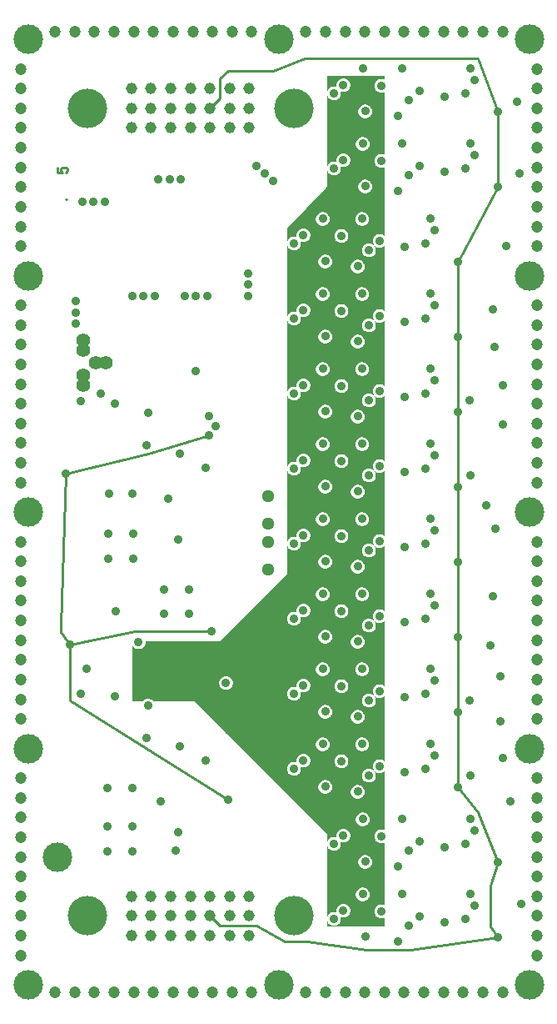
<source format=gbr>
G04 start of page 3 for group 1 idx 1 *
G04 Title: HETPREAMPS, signal *
G04 Creator: pcb 1.99z *
G04 CreationDate: Mi 04 Jun 2014 09:27:22 GMT UTC *
G04 For: stephan *
G04 Format: Gerber/RS-274X *
G04 PCB-Dimensions (mil): 2952.76 4724.41 *
G04 PCB-Coordinate-Origin: lower left *
%MOIN*%
%FSLAX25Y25*%
%LNSIGNAL*%
%ADD53C,0.0236*%
%ADD52C,0.0256*%
%ADD51C,0.0240*%
%ADD50C,0.0252*%
%ADD49C,0.0866*%
%ADD48C,0.0157*%
%ADD47C,0.0550*%
%ADD46C,0.0512*%
%ADD45C,0.0354*%
%ADD44C,0.0553*%
%ADD43C,0.1181*%
%ADD42C,0.0472*%
%ADD41C,0.1575*%
%ADD40C,0.0453*%
%ADD39C,0.0098*%
%ADD38C,0.0100*%
%ADD37C,0.0098*%
%ADD36C,0.0001*%
G54D36*G36*
X190000Y410441D02*Y409156D01*
X189604Y409320D01*
X189182Y409421D01*
X188750Y409455D01*
X188318Y409421D01*
X187896Y409320D01*
X187495Y409154D01*
X187125Y408927D01*
X186795Y408646D01*
X186514Y408316D01*
X186287Y407946D01*
X186121Y407545D01*
X186020Y407123D01*
X185986Y406691D01*
X186020Y406258D01*
X186121Y405837D01*
X186287Y405436D01*
X186514Y405066D01*
X186795Y404736D01*
X187125Y404454D01*
X187495Y404228D01*
X187896Y404062D01*
X188318Y403961D01*
X188750Y403927D01*
X189182Y403961D01*
X189604Y404062D01*
X190000Y404226D01*
Y379156D01*
X189604Y379320D01*
X189182Y379421D01*
X188750Y379455D01*
X188318Y379421D01*
X187896Y379320D01*
X187495Y379154D01*
X187125Y378927D01*
X186795Y378646D01*
X186514Y378316D01*
X186287Y377946D01*
X186121Y377545D01*
X186020Y377123D01*
X185986Y376691D01*
X186020Y376258D01*
X186121Y375837D01*
X186287Y375436D01*
X186514Y375066D01*
X186795Y374736D01*
X187125Y374454D01*
X187495Y374228D01*
X187896Y374062D01*
X188318Y373961D01*
X188750Y373927D01*
X189182Y373961D01*
X189604Y374062D01*
X190000Y374226D01*
Y346593D01*
X189955Y346646D01*
X189625Y346927D01*
X189255Y347154D01*
X188854Y347320D01*
X188432Y347421D01*
X188000Y347455D01*
X187568Y347421D01*
X187146Y347320D01*
X186745Y347154D01*
X186375Y346927D01*
X186045Y346646D01*
X185764Y346316D01*
X185537Y345946D01*
X185371Y345545D01*
X185270Y345123D01*
X185236Y344691D01*
X185270Y344258D01*
X185371Y343837D01*
X185537Y343436D01*
X185764Y343066D01*
X186045Y342736D01*
X186375Y342454D01*
X186745Y342228D01*
X187146Y342062D01*
X187568Y341961D01*
X188000Y341927D01*
X188432Y341961D01*
X188854Y342062D01*
X189255Y342228D01*
X189625Y342454D01*
X189955Y342736D01*
X190000Y342789D01*
Y316593D01*
X189955Y316646D01*
X189625Y316927D01*
X189255Y317154D01*
X188854Y317320D01*
X188432Y317421D01*
X188000Y317455D01*
X187568Y317421D01*
X187146Y317320D01*
X186745Y317154D01*
X186375Y316927D01*
X186045Y316646D01*
X185764Y316316D01*
X185537Y315946D01*
X185371Y315545D01*
X185270Y315123D01*
X185236Y314691D01*
X185270Y314258D01*
X185371Y313837D01*
X185537Y313436D01*
X185764Y313066D01*
X186045Y312736D01*
X186375Y312454D01*
X186745Y312228D01*
X187146Y312062D01*
X187568Y311961D01*
X188000Y311927D01*
X188432Y311961D01*
X188854Y312062D01*
X189255Y312228D01*
X189625Y312454D01*
X189955Y312736D01*
X190000Y312789D01*
Y286593D01*
X189955Y286646D01*
X189625Y286927D01*
X189255Y287154D01*
X188854Y287320D01*
X188432Y287421D01*
X188000Y287455D01*
X187568Y287421D01*
X187146Y287320D01*
X186745Y287154D01*
X186375Y286927D01*
X186045Y286646D01*
X185764Y286316D01*
X185537Y285946D01*
X185371Y285545D01*
X185270Y285123D01*
X185236Y284691D01*
X185270Y284258D01*
X185371Y283837D01*
X185537Y283436D01*
X185764Y283066D01*
X186045Y282736D01*
X186375Y282454D01*
X186745Y282228D01*
X187146Y282062D01*
X187568Y281961D01*
X188000Y281927D01*
X188432Y281961D01*
X188854Y282062D01*
X189255Y282228D01*
X189625Y282454D01*
X189955Y282736D01*
X190000Y282789D01*
Y256593D01*
X189955Y256646D01*
X189625Y256927D01*
X189255Y257154D01*
X188854Y257320D01*
X188432Y257421D01*
X188000Y257455D01*
X187568Y257421D01*
X187146Y257320D01*
X186745Y257154D01*
X186375Y256927D01*
X186045Y256646D01*
X185764Y256316D01*
X185537Y255946D01*
X185371Y255545D01*
X185270Y255123D01*
X185236Y254691D01*
X185270Y254258D01*
X185371Y253837D01*
X185537Y253436D01*
X185764Y253066D01*
X186045Y252736D01*
X186375Y252454D01*
X186745Y252228D01*
X187146Y252062D01*
X187568Y251961D01*
X188000Y251927D01*
X188432Y251961D01*
X188854Y252062D01*
X189255Y252228D01*
X189625Y252454D01*
X189955Y252736D01*
X190000Y252789D01*
Y226593D01*
X189955Y226646D01*
X189625Y226927D01*
X189255Y227154D01*
X188854Y227320D01*
X188432Y227421D01*
X188000Y227455D01*
X187568Y227421D01*
X187146Y227320D01*
X186745Y227154D01*
X186375Y226927D01*
X186045Y226646D01*
X185764Y226316D01*
X185537Y225946D01*
X185371Y225545D01*
X185270Y225123D01*
X185236Y224691D01*
X185270Y224258D01*
X185371Y223837D01*
X185537Y223436D01*
X185764Y223066D01*
X186045Y222736D01*
X186375Y222454D01*
X186745Y222228D01*
X187146Y222062D01*
X187568Y221961D01*
X188000Y221927D01*
X188432Y221961D01*
X188854Y222062D01*
X189255Y222228D01*
X189625Y222454D01*
X189955Y222736D01*
X190000Y222789D01*
Y196593D01*
X189955Y196646D01*
X189625Y196927D01*
X189255Y197154D01*
X188854Y197320D01*
X188432Y197421D01*
X188000Y197455D01*
X187568Y197421D01*
X187146Y197320D01*
X186745Y197154D01*
X186375Y196927D01*
X186045Y196646D01*
X185764Y196316D01*
X185537Y195946D01*
X185371Y195545D01*
X185270Y195123D01*
X185236Y194691D01*
X185270Y194258D01*
X185371Y193837D01*
X185537Y193436D01*
X185764Y193066D01*
X186045Y192736D01*
X186375Y192454D01*
X186745Y192228D01*
X187146Y192062D01*
X187568Y191961D01*
X188000Y191927D01*
X188432Y191961D01*
X188854Y192062D01*
X189255Y192228D01*
X189625Y192454D01*
X189955Y192736D01*
X190000Y192789D01*
Y166593D01*
X189955Y166646D01*
X189625Y166927D01*
X189255Y167154D01*
X188854Y167320D01*
X188432Y167421D01*
X188000Y167455D01*
X187568Y167421D01*
X187146Y167320D01*
X186745Y167154D01*
X186375Y166927D01*
X186045Y166646D01*
X185764Y166316D01*
X185537Y165946D01*
X185371Y165545D01*
X185270Y165123D01*
X185236Y164691D01*
X185270Y164258D01*
X185371Y163837D01*
X185537Y163436D01*
X185764Y163066D01*
X186045Y162736D01*
X186375Y162454D01*
X186745Y162228D01*
X187146Y162062D01*
X187568Y161961D01*
X188000Y161927D01*
X188432Y161961D01*
X188854Y162062D01*
X189255Y162228D01*
X189625Y162454D01*
X189955Y162736D01*
X190000Y162789D01*
Y136593D01*
X189955Y136646D01*
X189625Y136927D01*
X189255Y137154D01*
X188854Y137320D01*
X188432Y137421D01*
X188000Y137455D01*
X187568Y137421D01*
X187146Y137320D01*
X186745Y137154D01*
X186375Y136927D01*
X186045Y136646D01*
X185764Y136316D01*
X185537Y135946D01*
X185371Y135545D01*
X185270Y135123D01*
X185236Y134691D01*
X185270Y134258D01*
X185371Y133837D01*
X185537Y133436D01*
X185764Y133066D01*
X186045Y132736D01*
X186375Y132454D01*
X186745Y132228D01*
X187146Y132062D01*
X187568Y131961D01*
X188000Y131927D01*
X188432Y131961D01*
X188854Y132062D01*
X189255Y132228D01*
X189625Y132454D01*
X189955Y132736D01*
X190000Y132789D01*
Y109156D01*
X189604Y109320D01*
X189182Y109421D01*
X188750Y109455D01*
X188318Y109421D01*
X187896Y109320D01*
X187495Y109154D01*
X187125Y108927D01*
X186795Y108646D01*
X186514Y108316D01*
X186287Y107946D01*
X186121Y107545D01*
X186020Y107123D01*
X185986Y106691D01*
X186020Y106258D01*
X186121Y105837D01*
X186287Y105436D01*
X186514Y105066D01*
X186795Y104736D01*
X187125Y104454D01*
X187495Y104228D01*
X187896Y104062D01*
X188318Y103961D01*
X188750Y103927D01*
X189182Y103961D01*
X189604Y104062D01*
X190000Y104226D01*
Y79156D01*
X189604Y79320D01*
X189182Y79421D01*
X188750Y79455D01*
X188318Y79421D01*
X187896Y79320D01*
X187495Y79154D01*
X187125Y78927D01*
X186795Y78646D01*
X186514Y78316D01*
X186287Y77946D01*
X186121Y77545D01*
X186020Y77123D01*
X185986Y76691D01*
X186020Y76258D01*
X186121Y75837D01*
X186287Y75436D01*
X186514Y75066D01*
X186795Y74736D01*
X187125Y74454D01*
X187495Y74228D01*
X187896Y74062D01*
X188318Y73961D01*
X188750Y73927D01*
X189182Y73961D01*
X189604Y74062D01*
X190000Y74226D01*
Y70441D01*
X183746D01*
Y82265D01*
X183879Y82587D01*
X183980Y83008D01*
X184006Y83441D01*
X183980Y83873D01*
X183879Y84295D01*
X183746Y84617D01*
Y94125D01*
X183875Y94204D01*
X184205Y94486D01*
X184486Y94816D01*
X184713Y95186D01*
X184879Y95587D01*
X184980Y96008D01*
X185006Y96441D01*
X184980Y96873D01*
X184879Y97295D01*
X184713Y97696D01*
X184486Y98066D01*
X184205Y98396D01*
X183875Y98677D01*
X183746Y98757D01*
Y112265D01*
X183879Y112587D01*
X183980Y113008D01*
X184006Y113441D01*
X183980Y113873D01*
X183879Y114295D01*
X183746Y114617D01*
Y128177D01*
X183750Y128177D01*
X184182Y128211D01*
X184604Y128312D01*
X185005Y128478D01*
X185375Y128704D01*
X185705Y128986D01*
X185986Y129316D01*
X186213Y129686D01*
X186379Y130087D01*
X186480Y130508D01*
X186506Y130941D01*
X186480Y131373D01*
X186379Y131795D01*
X186213Y132196D01*
X185986Y132566D01*
X185705Y132896D01*
X185375Y133177D01*
X185005Y133404D01*
X184604Y133570D01*
X184182Y133671D01*
X183750Y133705D01*
X183746Y133705D01*
Y143269D01*
X183756Y143441D01*
X183746Y143613D01*
Y158177D01*
X183750Y158177D01*
X184182Y158211D01*
X184604Y158312D01*
X185005Y158478D01*
X185375Y158704D01*
X185705Y158986D01*
X185986Y159316D01*
X186213Y159686D01*
X186379Y160087D01*
X186480Y160508D01*
X186506Y160941D01*
X186480Y161373D01*
X186379Y161795D01*
X186213Y162196D01*
X185986Y162566D01*
X185705Y162896D01*
X185375Y163177D01*
X185005Y163404D01*
X184604Y163570D01*
X184182Y163671D01*
X183750Y163705D01*
X183746Y163705D01*
Y173269D01*
X183756Y173441D01*
X183746Y173613D01*
Y188177D01*
X183750Y188177D01*
X184182Y188211D01*
X184604Y188312D01*
X185005Y188478D01*
X185375Y188704D01*
X185705Y188986D01*
X185986Y189316D01*
X186213Y189686D01*
X186379Y190087D01*
X186480Y190508D01*
X186506Y190941D01*
X186480Y191373D01*
X186379Y191795D01*
X186213Y192196D01*
X185986Y192566D01*
X185705Y192896D01*
X185375Y193177D01*
X185005Y193404D01*
X184604Y193570D01*
X184182Y193671D01*
X183750Y193705D01*
X183746Y193705D01*
Y203269D01*
X183756Y203441D01*
X183746Y203613D01*
Y218177D01*
X183750Y218177D01*
X184182Y218211D01*
X184604Y218312D01*
X185005Y218478D01*
X185375Y218704D01*
X185705Y218986D01*
X185986Y219316D01*
X186213Y219686D01*
X186379Y220087D01*
X186480Y220508D01*
X186506Y220941D01*
X186480Y221373D01*
X186379Y221795D01*
X186213Y222196D01*
X185986Y222566D01*
X185705Y222896D01*
X185375Y223177D01*
X185005Y223404D01*
X184604Y223570D01*
X184182Y223671D01*
X183750Y223705D01*
X183746Y223705D01*
Y233269D01*
X183756Y233441D01*
X183746Y233613D01*
Y248177D01*
X183750Y248177D01*
X184182Y248211D01*
X184604Y248312D01*
X185005Y248478D01*
X185375Y248704D01*
X185705Y248986D01*
X185986Y249316D01*
X186213Y249686D01*
X186379Y250087D01*
X186480Y250508D01*
X186506Y250941D01*
X186480Y251373D01*
X186379Y251795D01*
X186213Y252196D01*
X185986Y252566D01*
X185705Y252896D01*
X185375Y253177D01*
X185005Y253404D01*
X184604Y253570D01*
X184182Y253671D01*
X183750Y253705D01*
X183746Y253705D01*
Y263269D01*
X183756Y263441D01*
X183746Y263613D01*
Y278177D01*
X183750Y278177D01*
X184182Y278211D01*
X184604Y278312D01*
X185005Y278478D01*
X185375Y278704D01*
X185705Y278986D01*
X185986Y279316D01*
X186213Y279686D01*
X186379Y280087D01*
X186480Y280508D01*
X186506Y280941D01*
X186480Y281373D01*
X186379Y281795D01*
X186213Y282196D01*
X185986Y282566D01*
X185705Y282896D01*
X185375Y283177D01*
X185005Y283404D01*
X184604Y283570D01*
X184182Y283671D01*
X183750Y283705D01*
X183746Y283705D01*
Y293269D01*
X183756Y293441D01*
X183746Y293613D01*
Y308177D01*
X183750Y308177D01*
X184182Y308211D01*
X184604Y308312D01*
X185005Y308478D01*
X185375Y308704D01*
X185705Y308986D01*
X185986Y309316D01*
X186213Y309686D01*
X186379Y310087D01*
X186480Y310508D01*
X186506Y310941D01*
X186480Y311373D01*
X186379Y311795D01*
X186213Y312196D01*
X185986Y312566D01*
X185705Y312896D01*
X185375Y313177D01*
X185005Y313404D01*
X184604Y313570D01*
X184182Y313671D01*
X183750Y313705D01*
X183746Y313705D01*
Y323269D01*
X183756Y323441D01*
X183746Y323613D01*
Y338177D01*
X183750Y338177D01*
X184182Y338211D01*
X184604Y338312D01*
X185005Y338478D01*
X185375Y338704D01*
X185705Y338986D01*
X185986Y339316D01*
X186213Y339686D01*
X186379Y340087D01*
X186480Y340508D01*
X186506Y340941D01*
X186480Y341373D01*
X186379Y341795D01*
X186213Y342196D01*
X185986Y342566D01*
X185705Y342896D01*
X185375Y343177D01*
X185005Y343404D01*
X184604Y343570D01*
X184182Y343671D01*
X183750Y343705D01*
X183746Y343705D01*
Y353269D01*
X183756Y353441D01*
X183746Y353613D01*
Y364125D01*
X183875Y364204D01*
X184205Y364486D01*
X184486Y364816D01*
X184713Y365186D01*
X184879Y365587D01*
X184980Y366008D01*
X185006Y366441D01*
X184980Y366873D01*
X184879Y367295D01*
X184713Y367696D01*
X184486Y368066D01*
X184205Y368396D01*
X183875Y368677D01*
X183746Y368757D01*
Y382265D01*
X183879Y382587D01*
X183980Y383008D01*
X184006Y383441D01*
X183980Y383873D01*
X183879Y384295D01*
X183746Y384617D01*
Y394125D01*
X183875Y394204D01*
X184205Y394486D01*
X184486Y394816D01*
X184713Y395186D01*
X184879Y395587D01*
X184980Y396008D01*
X185006Y396441D01*
X184980Y396873D01*
X184879Y397295D01*
X184713Y397696D01*
X184486Y398066D01*
X184205Y398396D01*
X183875Y398677D01*
X183746Y398757D01*
Y410441D01*
X190000D01*
G37*
G36*
X179246Y111544D02*X179295Y111486D01*
X179625Y111204D01*
X179995Y110978D01*
X180396Y110812D01*
X180818Y110711D01*
X181250Y110677D01*
X181682Y110711D01*
X182104Y110812D01*
X182505Y110978D01*
X182875Y111204D01*
X183205Y111486D01*
X183486Y111816D01*
X183713Y112186D01*
X183746Y112265D01*
Y98757D01*
X183505Y98904D01*
X183104Y99070D01*
X182682Y99171D01*
X182250Y99205D01*
X181818Y99171D01*
X181396Y99070D01*
X180995Y98904D01*
X180625Y98677D01*
X180295Y98396D01*
X180014Y98066D01*
X179787Y97696D01*
X179621Y97295D01*
X179520Y96873D01*
X179486Y96441D01*
X179520Y96008D01*
X179621Y95587D01*
X179787Y95186D01*
X180014Y94816D01*
X180295Y94486D01*
X180625Y94204D01*
X180995Y93978D01*
X181396Y93812D01*
X181818Y93711D01*
X182250Y93677D01*
X182682Y93711D01*
X183104Y93812D01*
X183505Y93978D01*
X183746Y94125D01*
Y84617D01*
X183713Y84696D01*
X183486Y85066D01*
X183205Y85396D01*
X182875Y85677D01*
X182505Y85904D01*
X182104Y86070D01*
X181682Y86171D01*
X181250Y86205D01*
X180818Y86171D01*
X180396Y86070D01*
X179995Y85904D01*
X179625Y85677D01*
X179295Y85396D01*
X179246Y85338D01*
Y111544D01*
G37*
G36*
Y141315D02*X179375Y141204D01*
X179745Y140978D01*
X180146Y140812D01*
X180568Y140711D01*
X181000Y140677D01*
X181432Y140711D01*
X181854Y140812D01*
X182255Y140978D01*
X182625Y141204D01*
X182955Y141486D01*
X183236Y141816D01*
X183463Y142186D01*
X183629Y142587D01*
X183730Y143008D01*
X183746Y143269D01*
Y133705D01*
X183318Y133671D01*
X182896Y133570D01*
X182495Y133404D01*
X182125Y133177D01*
X181795Y132896D01*
X181514Y132566D01*
X181287Y132196D01*
X181121Y131795D01*
X181020Y131373D01*
X180986Y130941D01*
X181020Y130508D01*
X181121Y130087D01*
X181287Y129686D01*
X181514Y129316D01*
X181795Y128986D01*
X182125Y128704D01*
X182495Y128478D01*
X182896Y128312D01*
X183318Y128211D01*
X183746Y128177D01*
Y114617D01*
X183713Y114696D01*
X183486Y115066D01*
X183205Y115396D01*
X182875Y115677D01*
X182505Y115904D01*
X182104Y116070D01*
X181682Y116171D01*
X181250Y116205D01*
X180818Y116171D01*
X180396Y116070D01*
X179995Y115904D01*
X179625Y115677D01*
X179295Y115396D01*
X179246Y115338D01*
Y121677D01*
X179250Y121677D01*
X179682Y121711D01*
X180104Y121812D01*
X180505Y121978D01*
X180875Y122204D01*
X181205Y122486D01*
X181486Y122816D01*
X181713Y123186D01*
X181879Y123587D01*
X181980Y124008D01*
X182006Y124441D01*
X181980Y124873D01*
X181879Y125295D01*
X181713Y125696D01*
X181486Y126066D01*
X181205Y126396D01*
X180875Y126677D01*
X180505Y126904D01*
X180104Y127070D01*
X179682Y127171D01*
X179250Y127205D01*
X179246Y127205D01*
Y141315D01*
G37*
G36*
Y171315D02*X179375Y171204D01*
X179745Y170978D01*
X180146Y170812D01*
X180568Y170711D01*
X181000Y170677D01*
X181432Y170711D01*
X181854Y170812D01*
X182255Y170978D01*
X182625Y171204D01*
X182955Y171486D01*
X183236Y171816D01*
X183463Y172186D01*
X183629Y172587D01*
X183730Y173008D01*
X183746Y173269D01*
Y163705D01*
X183318Y163671D01*
X182896Y163570D01*
X182495Y163404D01*
X182125Y163177D01*
X181795Y162896D01*
X181514Y162566D01*
X181287Y162196D01*
X181121Y161795D01*
X181020Y161373D01*
X180986Y160941D01*
X181020Y160508D01*
X181121Y160087D01*
X181287Y159686D01*
X181514Y159316D01*
X181795Y158986D01*
X182125Y158704D01*
X182495Y158478D01*
X182896Y158312D01*
X183318Y158211D01*
X183746Y158177D01*
Y143613D01*
X183730Y143873D01*
X183629Y144295D01*
X183463Y144696D01*
X183236Y145066D01*
X182955Y145396D01*
X182625Y145677D01*
X182255Y145904D01*
X181854Y146070D01*
X181432Y146171D01*
X181000Y146205D01*
X180568Y146171D01*
X180146Y146070D01*
X179745Y145904D01*
X179375Y145677D01*
X179246Y145567D01*
Y151677D01*
X179250Y151677D01*
X179682Y151711D01*
X180104Y151812D01*
X180505Y151978D01*
X180875Y152204D01*
X181205Y152486D01*
X181486Y152816D01*
X181713Y153186D01*
X181879Y153587D01*
X181980Y154008D01*
X182006Y154441D01*
X181980Y154873D01*
X181879Y155295D01*
X181713Y155696D01*
X181486Y156066D01*
X181205Y156396D01*
X180875Y156677D01*
X180505Y156904D01*
X180104Y157070D01*
X179682Y157171D01*
X179250Y157205D01*
X179246Y157205D01*
Y171315D01*
G37*
G36*
Y201315D02*X179375Y201204D01*
X179745Y200978D01*
X180146Y200812D01*
X180568Y200711D01*
X181000Y200677D01*
X181432Y200711D01*
X181854Y200812D01*
X182255Y200978D01*
X182625Y201204D01*
X182955Y201486D01*
X183236Y201816D01*
X183463Y202186D01*
X183629Y202587D01*
X183730Y203008D01*
X183746Y203269D01*
Y193705D01*
X183318Y193671D01*
X182896Y193570D01*
X182495Y193404D01*
X182125Y193177D01*
X181795Y192896D01*
X181514Y192566D01*
X181287Y192196D01*
X181121Y191795D01*
X181020Y191373D01*
X180986Y190941D01*
X181020Y190508D01*
X181121Y190087D01*
X181287Y189686D01*
X181514Y189316D01*
X181795Y188986D01*
X182125Y188704D01*
X182495Y188478D01*
X182896Y188312D01*
X183318Y188211D01*
X183746Y188177D01*
Y173613D01*
X183730Y173873D01*
X183629Y174295D01*
X183463Y174696D01*
X183236Y175066D01*
X182955Y175396D01*
X182625Y175677D01*
X182255Y175904D01*
X181854Y176070D01*
X181432Y176171D01*
X181000Y176205D01*
X180568Y176171D01*
X180146Y176070D01*
X179745Y175904D01*
X179375Y175677D01*
X179246Y175567D01*
Y181677D01*
X179250Y181677D01*
X179682Y181711D01*
X180104Y181812D01*
X180505Y181978D01*
X180875Y182204D01*
X181205Y182486D01*
X181486Y182816D01*
X181713Y183186D01*
X181879Y183587D01*
X181980Y184008D01*
X182006Y184441D01*
X181980Y184873D01*
X181879Y185295D01*
X181713Y185696D01*
X181486Y186066D01*
X181205Y186396D01*
X180875Y186677D01*
X180505Y186904D01*
X180104Y187070D01*
X179682Y187171D01*
X179250Y187205D01*
X179246Y187205D01*
Y201315D01*
G37*
G36*
Y231315D02*X179375Y231204D01*
X179745Y230978D01*
X180146Y230812D01*
X180568Y230711D01*
X181000Y230677D01*
X181432Y230711D01*
X181854Y230812D01*
X182255Y230978D01*
X182625Y231204D01*
X182955Y231486D01*
X183236Y231816D01*
X183463Y232186D01*
X183629Y232587D01*
X183730Y233008D01*
X183746Y233269D01*
Y223705D01*
X183318Y223671D01*
X182896Y223570D01*
X182495Y223404D01*
X182125Y223177D01*
X181795Y222896D01*
X181514Y222566D01*
X181287Y222196D01*
X181121Y221795D01*
X181020Y221373D01*
X180986Y220941D01*
X181020Y220508D01*
X181121Y220087D01*
X181287Y219686D01*
X181514Y219316D01*
X181795Y218986D01*
X182125Y218704D01*
X182495Y218478D01*
X182896Y218312D01*
X183318Y218211D01*
X183746Y218177D01*
Y203613D01*
X183730Y203873D01*
X183629Y204295D01*
X183463Y204696D01*
X183236Y205066D01*
X182955Y205396D01*
X182625Y205677D01*
X182255Y205904D01*
X181854Y206070D01*
X181432Y206171D01*
X181000Y206205D01*
X180568Y206171D01*
X180146Y206070D01*
X179745Y205904D01*
X179375Y205677D01*
X179246Y205567D01*
Y211677D01*
X179250Y211677D01*
X179682Y211711D01*
X180104Y211812D01*
X180505Y211978D01*
X180875Y212204D01*
X181205Y212486D01*
X181486Y212816D01*
X181713Y213186D01*
X181879Y213587D01*
X181980Y214008D01*
X182006Y214441D01*
X181980Y214873D01*
X181879Y215295D01*
X181713Y215696D01*
X181486Y216066D01*
X181205Y216396D01*
X180875Y216677D01*
X180505Y216904D01*
X180104Y217070D01*
X179682Y217171D01*
X179250Y217205D01*
X179246Y217205D01*
Y231315D01*
G37*
G36*
Y261315D02*X179375Y261204D01*
X179745Y260978D01*
X180146Y260812D01*
X180568Y260711D01*
X181000Y260677D01*
X181432Y260711D01*
X181854Y260812D01*
X182255Y260978D01*
X182625Y261204D01*
X182955Y261486D01*
X183236Y261816D01*
X183463Y262186D01*
X183629Y262587D01*
X183730Y263008D01*
X183746Y263269D01*
Y253705D01*
X183318Y253671D01*
X182896Y253570D01*
X182495Y253404D01*
X182125Y253177D01*
X181795Y252896D01*
X181514Y252566D01*
X181287Y252196D01*
X181121Y251795D01*
X181020Y251373D01*
X180986Y250941D01*
X181020Y250508D01*
X181121Y250087D01*
X181287Y249686D01*
X181514Y249316D01*
X181795Y248986D01*
X182125Y248704D01*
X182495Y248478D01*
X182896Y248312D01*
X183318Y248211D01*
X183746Y248177D01*
Y233613D01*
X183730Y233873D01*
X183629Y234295D01*
X183463Y234696D01*
X183236Y235066D01*
X182955Y235396D01*
X182625Y235677D01*
X182255Y235904D01*
X181854Y236070D01*
X181432Y236171D01*
X181000Y236205D01*
X180568Y236171D01*
X180146Y236070D01*
X179745Y235904D01*
X179375Y235677D01*
X179246Y235567D01*
Y241677D01*
X179250Y241677D01*
X179682Y241711D01*
X180104Y241812D01*
X180505Y241978D01*
X180875Y242204D01*
X181205Y242486D01*
X181486Y242816D01*
X181713Y243186D01*
X181879Y243587D01*
X181980Y244008D01*
X182006Y244441D01*
X181980Y244873D01*
X181879Y245295D01*
X181713Y245696D01*
X181486Y246066D01*
X181205Y246396D01*
X180875Y246677D01*
X180505Y246904D01*
X180104Y247070D01*
X179682Y247171D01*
X179250Y247205D01*
X179246Y247205D01*
Y261315D01*
G37*
G36*
Y291315D02*X179375Y291204D01*
X179745Y290978D01*
X180146Y290812D01*
X180568Y290711D01*
X181000Y290677D01*
X181432Y290711D01*
X181854Y290812D01*
X182255Y290978D01*
X182625Y291204D01*
X182955Y291486D01*
X183236Y291816D01*
X183463Y292186D01*
X183629Y292587D01*
X183730Y293008D01*
X183746Y293269D01*
Y283705D01*
X183318Y283671D01*
X182896Y283570D01*
X182495Y283404D01*
X182125Y283177D01*
X181795Y282896D01*
X181514Y282566D01*
X181287Y282196D01*
X181121Y281795D01*
X181020Y281373D01*
X180986Y280941D01*
X181020Y280508D01*
X181121Y280087D01*
X181287Y279686D01*
X181514Y279316D01*
X181795Y278986D01*
X182125Y278704D01*
X182495Y278478D01*
X182896Y278312D01*
X183318Y278211D01*
X183746Y278177D01*
Y263613D01*
X183730Y263873D01*
X183629Y264295D01*
X183463Y264696D01*
X183236Y265066D01*
X182955Y265396D01*
X182625Y265677D01*
X182255Y265904D01*
X181854Y266070D01*
X181432Y266171D01*
X181000Y266205D01*
X180568Y266171D01*
X180146Y266070D01*
X179745Y265904D01*
X179375Y265677D01*
X179246Y265567D01*
Y271677D01*
X179250Y271677D01*
X179682Y271711D01*
X180104Y271812D01*
X180505Y271978D01*
X180875Y272204D01*
X181205Y272486D01*
X181486Y272816D01*
X181713Y273186D01*
X181879Y273587D01*
X181980Y274008D01*
X182006Y274441D01*
X181980Y274873D01*
X181879Y275295D01*
X181713Y275696D01*
X181486Y276066D01*
X181205Y276396D01*
X180875Y276677D01*
X180505Y276904D01*
X180104Y277070D01*
X179682Y277171D01*
X179250Y277205D01*
X179246Y277205D01*
Y291315D01*
G37*
G36*
Y321315D02*X179375Y321204D01*
X179745Y320978D01*
X180146Y320812D01*
X180568Y320711D01*
X181000Y320677D01*
X181432Y320711D01*
X181854Y320812D01*
X182255Y320978D01*
X182625Y321204D01*
X182955Y321486D01*
X183236Y321816D01*
X183463Y322186D01*
X183629Y322587D01*
X183730Y323008D01*
X183746Y323269D01*
Y313705D01*
X183318Y313671D01*
X182896Y313570D01*
X182495Y313404D01*
X182125Y313177D01*
X181795Y312896D01*
X181514Y312566D01*
X181287Y312196D01*
X181121Y311795D01*
X181020Y311373D01*
X180986Y310941D01*
X181020Y310508D01*
X181121Y310087D01*
X181287Y309686D01*
X181514Y309316D01*
X181795Y308986D01*
X182125Y308704D01*
X182495Y308478D01*
X182896Y308312D01*
X183318Y308211D01*
X183746Y308177D01*
Y293613D01*
X183730Y293873D01*
X183629Y294295D01*
X183463Y294696D01*
X183236Y295066D01*
X182955Y295396D01*
X182625Y295677D01*
X182255Y295904D01*
X181854Y296070D01*
X181432Y296171D01*
X181000Y296205D01*
X180568Y296171D01*
X180146Y296070D01*
X179745Y295904D01*
X179375Y295677D01*
X179246Y295567D01*
Y301677D01*
X179250Y301677D01*
X179682Y301711D01*
X180104Y301812D01*
X180505Y301978D01*
X180875Y302204D01*
X181205Y302486D01*
X181486Y302816D01*
X181713Y303186D01*
X181879Y303587D01*
X181980Y304008D01*
X182006Y304441D01*
X181980Y304873D01*
X181879Y305295D01*
X181713Y305696D01*
X181486Y306066D01*
X181205Y306396D01*
X180875Y306677D01*
X180505Y306904D01*
X180104Y307070D01*
X179682Y307171D01*
X179250Y307205D01*
X179246Y307205D01*
Y321315D01*
G37*
G36*
Y351315D02*X179375Y351204D01*
X179745Y350978D01*
X180146Y350812D01*
X180568Y350711D01*
X181000Y350677D01*
X181432Y350711D01*
X181854Y350812D01*
X182255Y350978D01*
X182625Y351204D01*
X182955Y351486D01*
X183236Y351816D01*
X183463Y352186D01*
X183629Y352587D01*
X183730Y353008D01*
X183746Y353269D01*
Y343705D01*
X183318Y343671D01*
X182896Y343570D01*
X182495Y343404D01*
X182125Y343177D01*
X181795Y342896D01*
X181514Y342566D01*
X181287Y342196D01*
X181121Y341795D01*
X181020Y341373D01*
X180986Y340941D01*
X181020Y340508D01*
X181121Y340087D01*
X181287Y339686D01*
X181514Y339316D01*
X181795Y338986D01*
X182125Y338704D01*
X182495Y338478D01*
X182896Y338312D01*
X183318Y338211D01*
X183746Y338177D01*
Y323613D01*
X183730Y323873D01*
X183629Y324295D01*
X183463Y324696D01*
X183236Y325066D01*
X182955Y325396D01*
X182625Y325677D01*
X182255Y325904D01*
X181854Y326070D01*
X181432Y326171D01*
X181000Y326205D01*
X180568Y326171D01*
X180146Y326070D01*
X179745Y325904D01*
X179375Y325677D01*
X179246Y325567D01*
Y331677D01*
X179250Y331677D01*
X179682Y331711D01*
X180104Y331812D01*
X180505Y331978D01*
X180875Y332204D01*
X181205Y332486D01*
X181486Y332816D01*
X181713Y333186D01*
X181879Y333587D01*
X181980Y334008D01*
X182006Y334441D01*
X181980Y334873D01*
X181879Y335295D01*
X181713Y335696D01*
X181486Y336066D01*
X181205Y336396D01*
X180875Y336677D01*
X180505Y336904D01*
X180104Y337070D01*
X179682Y337171D01*
X179250Y337205D01*
X179246Y337205D01*
Y351315D01*
G37*
G36*
Y381544D02*X179295Y381486D01*
X179625Y381204D01*
X179995Y380978D01*
X180396Y380812D01*
X180818Y380711D01*
X181250Y380677D01*
X181682Y380711D01*
X182104Y380812D01*
X182505Y380978D01*
X182875Y381204D01*
X183205Y381486D01*
X183486Y381816D01*
X183713Y382186D01*
X183746Y382265D01*
Y368757D01*
X183505Y368904D01*
X183104Y369070D01*
X182682Y369171D01*
X182250Y369205D01*
X181818Y369171D01*
X181396Y369070D01*
X180995Y368904D01*
X180625Y368677D01*
X180295Y368396D01*
X180014Y368066D01*
X179787Y367696D01*
X179621Y367295D01*
X179520Y366873D01*
X179486Y366441D01*
X179520Y366008D01*
X179621Y365587D01*
X179787Y365186D01*
X180014Y364816D01*
X180295Y364486D01*
X180625Y364204D01*
X180995Y363978D01*
X181396Y363812D01*
X181818Y363711D01*
X182250Y363677D01*
X182682Y363711D01*
X183104Y363812D01*
X183505Y363978D01*
X183746Y364125D01*
Y353613D01*
X183730Y353873D01*
X183629Y354295D01*
X183463Y354696D01*
X183236Y355066D01*
X182955Y355396D01*
X182625Y355677D01*
X182255Y355904D01*
X181854Y356070D01*
X181432Y356171D01*
X181000Y356205D01*
X180568Y356171D01*
X180146Y356070D01*
X179745Y355904D01*
X179375Y355677D01*
X179246Y355567D01*
Y381544D01*
G37*
G36*
Y410441D02*X183746D01*
Y398757D01*
X183505Y398904D01*
X183104Y399070D01*
X182682Y399171D01*
X182250Y399205D01*
X181818Y399171D01*
X181396Y399070D01*
X180995Y398904D01*
X180625Y398677D01*
X180295Y398396D01*
X180014Y398066D01*
X179787Y397696D01*
X179621Y397295D01*
X179520Y396873D01*
X179486Y396441D01*
X179520Y396008D01*
X179621Y395587D01*
X179787Y395186D01*
X180014Y394816D01*
X180295Y394486D01*
X180625Y394204D01*
X180995Y393978D01*
X181396Y393812D01*
X181818Y393711D01*
X182250Y393677D01*
X182682Y393711D01*
X183104Y393812D01*
X183505Y393978D01*
X183746Y394125D01*
Y384617D01*
X183713Y384696D01*
X183486Y385066D01*
X183205Y385396D01*
X182875Y385677D01*
X182505Y385904D01*
X182104Y386070D01*
X181682Y386171D01*
X181250Y386205D01*
X180818Y386171D01*
X180396Y386070D01*
X179995Y385904D01*
X179625Y385677D01*
X179295Y385396D01*
X179246Y385338D01*
Y410441D01*
G37*
G36*
X183746Y70441D02*X179246D01*
Y81544D01*
X179295Y81486D01*
X179625Y81204D01*
X179995Y80978D01*
X180396Y80812D01*
X180818Y80711D01*
X181250Y80677D01*
X181682Y80711D01*
X182104Y80812D01*
X182505Y80978D01*
X182875Y81204D01*
X183205Y81486D01*
X183486Y81816D01*
X183713Y82186D01*
X183746Y82265D01*
Y70441D01*
G37*
G36*
X179246D02*X172746D01*
Y74288D01*
X173068Y74211D01*
X173500Y74177D01*
X173932Y74211D01*
X174354Y74312D01*
X174755Y74478D01*
X175125Y74704D01*
X175455Y74986D01*
X175736Y75316D01*
X175963Y75686D01*
X176129Y76087D01*
X176230Y76508D01*
X176256Y76941D01*
X176230Y77373D01*
X176129Y77795D01*
X175963Y78196D01*
X175736Y78566D01*
X175455Y78896D01*
X175125Y79177D01*
X174755Y79404D01*
X174354Y79570D01*
X173932Y79671D01*
X173500Y79705D01*
X173068Y79671D01*
X172746Y79594D01*
Y104288D01*
X173068Y104211D01*
X173500Y104177D01*
X173932Y104211D01*
X174354Y104312D01*
X174755Y104478D01*
X175125Y104704D01*
X175455Y104986D01*
X175736Y105316D01*
X175963Y105686D01*
X176129Y106087D01*
X176230Y106508D01*
X176256Y106941D01*
X176230Y107373D01*
X176129Y107795D01*
X175963Y108196D01*
X175736Y108566D01*
X175455Y108896D01*
X175125Y109177D01*
X174755Y109404D01*
X174354Y109570D01*
X173932Y109671D01*
X173500Y109705D01*
X173068Y109671D01*
X172746Y109594D01*
Y133927D01*
X172750Y133927D01*
X173182Y133961D01*
X173604Y134062D01*
X174005Y134228D01*
X174375Y134454D01*
X174705Y134736D01*
X174986Y135066D01*
X175213Y135436D01*
X175379Y135837D01*
X175480Y136258D01*
X175506Y136691D01*
X175480Y137123D01*
X175379Y137545D01*
X175213Y137946D01*
X174986Y138316D01*
X174705Y138646D01*
X174375Y138927D01*
X174005Y139154D01*
X173604Y139320D01*
X173182Y139421D01*
X172750Y139455D01*
X172746Y139455D01*
Y163927D01*
X172750Y163927D01*
X173182Y163961D01*
X173604Y164062D01*
X174005Y164228D01*
X174375Y164454D01*
X174705Y164736D01*
X174986Y165066D01*
X175213Y165436D01*
X175379Y165837D01*
X175480Y166258D01*
X175506Y166691D01*
X175480Y167123D01*
X175379Y167545D01*
X175213Y167946D01*
X174986Y168316D01*
X174705Y168646D01*
X174375Y168927D01*
X174005Y169154D01*
X173604Y169320D01*
X173182Y169421D01*
X172750Y169455D01*
X172746Y169455D01*
Y193927D01*
X172750Y193927D01*
X173182Y193961D01*
X173604Y194062D01*
X174005Y194228D01*
X174375Y194454D01*
X174705Y194736D01*
X174986Y195066D01*
X175213Y195436D01*
X175379Y195837D01*
X175480Y196258D01*
X175506Y196691D01*
X175480Y197123D01*
X175379Y197545D01*
X175213Y197946D01*
X174986Y198316D01*
X174705Y198646D01*
X174375Y198927D01*
X174005Y199154D01*
X173604Y199320D01*
X173182Y199421D01*
X172750Y199455D01*
X172746Y199455D01*
Y223927D01*
X172750Y223927D01*
X173182Y223961D01*
X173604Y224062D01*
X174005Y224228D01*
X174375Y224454D01*
X174705Y224736D01*
X174986Y225066D01*
X175213Y225436D01*
X175379Y225837D01*
X175480Y226258D01*
X175506Y226691D01*
X175480Y227123D01*
X175379Y227545D01*
X175213Y227946D01*
X174986Y228316D01*
X174705Y228646D01*
X174375Y228927D01*
X174005Y229154D01*
X173604Y229320D01*
X173182Y229421D01*
X172750Y229455D01*
X172746Y229455D01*
Y253927D01*
X172750Y253927D01*
X173182Y253961D01*
X173604Y254062D01*
X174005Y254228D01*
X174375Y254454D01*
X174705Y254736D01*
X174986Y255066D01*
X175213Y255436D01*
X175379Y255837D01*
X175480Y256258D01*
X175506Y256691D01*
X175480Y257123D01*
X175379Y257545D01*
X175213Y257946D01*
X174986Y258316D01*
X174705Y258646D01*
X174375Y258927D01*
X174005Y259154D01*
X173604Y259320D01*
X173182Y259421D01*
X172750Y259455D01*
X172746Y259455D01*
Y283927D01*
X172750Y283927D01*
X173182Y283961D01*
X173604Y284062D01*
X174005Y284228D01*
X174375Y284454D01*
X174705Y284736D01*
X174986Y285066D01*
X175213Y285436D01*
X175379Y285837D01*
X175480Y286258D01*
X175506Y286691D01*
X175480Y287123D01*
X175379Y287545D01*
X175213Y287946D01*
X174986Y288316D01*
X174705Y288646D01*
X174375Y288927D01*
X174005Y289154D01*
X173604Y289320D01*
X173182Y289421D01*
X172750Y289455D01*
X172746Y289455D01*
Y313927D01*
X172750Y313927D01*
X173182Y313961D01*
X173604Y314062D01*
X174005Y314228D01*
X174375Y314454D01*
X174705Y314736D01*
X174986Y315066D01*
X175213Y315436D01*
X175379Y315837D01*
X175480Y316258D01*
X175506Y316691D01*
X175480Y317123D01*
X175379Y317545D01*
X175213Y317946D01*
X174986Y318316D01*
X174705Y318646D01*
X174375Y318927D01*
X174005Y319154D01*
X173604Y319320D01*
X173182Y319421D01*
X172750Y319455D01*
X172746Y319455D01*
Y343927D01*
X172750Y343927D01*
X173182Y343961D01*
X173604Y344062D01*
X174005Y344228D01*
X174375Y344454D01*
X174705Y344736D01*
X174986Y345066D01*
X175213Y345436D01*
X175379Y345837D01*
X175480Y346258D01*
X175506Y346691D01*
X175480Y347123D01*
X175379Y347545D01*
X175213Y347946D01*
X174986Y348316D01*
X174705Y348646D01*
X174375Y348927D01*
X174005Y349154D01*
X173604Y349320D01*
X173182Y349421D01*
X172750Y349455D01*
X172746Y349455D01*
Y374288D01*
X173068Y374211D01*
X173500Y374177D01*
X173932Y374211D01*
X174354Y374312D01*
X174755Y374478D01*
X175125Y374704D01*
X175455Y374986D01*
X175736Y375316D01*
X175963Y375686D01*
X176129Y376087D01*
X176230Y376508D01*
X176256Y376941D01*
X176230Y377373D01*
X176129Y377795D01*
X175963Y378196D01*
X175736Y378566D01*
X175455Y378896D01*
X175125Y379177D01*
X174755Y379404D01*
X174354Y379570D01*
X173932Y379671D01*
X173500Y379705D01*
X173068Y379671D01*
X172746Y379594D01*
Y404288D01*
X173068Y404211D01*
X173500Y404177D01*
X173932Y404211D01*
X174354Y404312D01*
X174755Y404478D01*
X175125Y404704D01*
X175455Y404986D01*
X175736Y405316D01*
X175963Y405686D01*
X176129Y406087D01*
X176230Y406508D01*
X176256Y406941D01*
X176230Y407373D01*
X176129Y407795D01*
X175963Y408196D01*
X175736Y408566D01*
X175455Y408896D01*
X175125Y409177D01*
X174755Y409404D01*
X174354Y409570D01*
X173932Y409671D01*
X173500Y409705D01*
X173068Y409671D01*
X172746Y409594D01*
Y410441D01*
X179246D01*
Y385338D01*
X179014Y385066D01*
X178787Y384696D01*
X178621Y384295D01*
X178520Y383873D01*
X178486Y383441D01*
X178520Y383008D01*
X178621Y382587D01*
X178787Y382186D01*
X179014Y381816D01*
X179246Y381544D01*
Y355567D01*
X179045Y355396D01*
X178764Y355066D01*
X178537Y354696D01*
X178371Y354295D01*
X178270Y353873D01*
X178236Y353441D01*
X178270Y353008D01*
X178371Y352587D01*
X178537Y352186D01*
X178764Y351816D01*
X179045Y351486D01*
X179246Y351315D01*
Y337205D01*
X178818Y337171D01*
X178396Y337070D01*
X177995Y336904D01*
X177625Y336677D01*
X177295Y336396D01*
X177014Y336066D01*
X176787Y335696D01*
X176621Y335295D01*
X176520Y334873D01*
X176486Y334441D01*
X176520Y334008D01*
X176621Y333587D01*
X176787Y333186D01*
X177014Y332816D01*
X177295Y332486D01*
X177625Y332204D01*
X177995Y331978D01*
X178396Y331812D01*
X178818Y331711D01*
X179246Y331677D01*
Y325567D01*
X179045Y325396D01*
X178764Y325066D01*
X178537Y324696D01*
X178371Y324295D01*
X178270Y323873D01*
X178236Y323441D01*
X178270Y323008D01*
X178371Y322587D01*
X178537Y322186D01*
X178764Y321816D01*
X179045Y321486D01*
X179246Y321315D01*
Y307205D01*
X178818Y307171D01*
X178396Y307070D01*
X177995Y306904D01*
X177625Y306677D01*
X177295Y306396D01*
X177014Y306066D01*
X176787Y305696D01*
X176621Y305295D01*
X176520Y304873D01*
X176486Y304441D01*
X176520Y304008D01*
X176621Y303587D01*
X176787Y303186D01*
X177014Y302816D01*
X177295Y302486D01*
X177625Y302204D01*
X177995Y301978D01*
X178396Y301812D01*
X178818Y301711D01*
X179246Y301677D01*
Y295567D01*
X179045Y295396D01*
X178764Y295066D01*
X178537Y294696D01*
X178371Y294295D01*
X178270Y293873D01*
X178236Y293441D01*
X178270Y293008D01*
X178371Y292587D01*
X178537Y292186D01*
X178764Y291816D01*
X179045Y291486D01*
X179246Y291315D01*
Y277205D01*
X178818Y277171D01*
X178396Y277070D01*
X177995Y276904D01*
X177625Y276677D01*
X177295Y276396D01*
X177014Y276066D01*
X176787Y275696D01*
X176621Y275295D01*
X176520Y274873D01*
X176486Y274441D01*
X176520Y274008D01*
X176621Y273587D01*
X176787Y273186D01*
X177014Y272816D01*
X177295Y272486D01*
X177625Y272204D01*
X177995Y271978D01*
X178396Y271812D01*
X178818Y271711D01*
X179246Y271677D01*
Y265567D01*
X179045Y265396D01*
X178764Y265066D01*
X178537Y264696D01*
X178371Y264295D01*
X178270Y263873D01*
X178236Y263441D01*
X178270Y263008D01*
X178371Y262587D01*
X178537Y262186D01*
X178764Y261816D01*
X179045Y261486D01*
X179246Y261315D01*
Y247205D01*
X178818Y247171D01*
X178396Y247070D01*
X177995Y246904D01*
X177625Y246677D01*
X177295Y246396D01*
X177014Y246066D01*
X176787Y245696D01*
X176621Y245295D01*
X176520Y244873D01*
X176486Y244441D01*
X176520Y244008D01*
X176621Y243587D01*
X176787Y243186D01*
X177014Y242816D01*
X177295Y242486D01*
X177625Y242204D01*
X177995Y241978D01*
X178396Y241812D01*
X178818Y241711D01*
X179246Y241677D01*
Y235567D01*
X179045Y235396D01*
X178764Y235066D01*
X178537Y234696D01*
X178371Y234295D01*
X178270Y233873D01*
X178236Y233441D01*
X178270Y233008D01*
X178371Y232587D01*
X178537Y232186D01*
X178764Y231816D01*
X179045Y231486D01*
X179246Y231315D01*
Y217205D01*
X178818Y217171D01*
X178396Y217070D01*
X177995Y216904D01*
X177625Y216677D01*
X177295Y216396D01*
X177014Y216066D01*
X176787Y215696D01*
X176621Y215295D01*
X176520Y214873D01*
X176486Y214441D01*
X176520Y214008D01*
X176621Y213587D01*
X176787Y213186D01*
X177014Y212816D01*
X177295Y212486D01*
X177625Y212204D01*
X177995Y211978D01*
X178396Y211812D01*
X178818Y211711D01*
X179246Y211677D01*
Y205567D01*
X179045Y205396D01*
X178764Y205066D01*
X178537Y204696D01*
X178371Y204295D01*
X178270Y203873D01*
X178236Y203441D01*
X178270Y203008D01*
X178371Y202587D01*
X178537Y202186D01*
X178764Y201816D01*
X179045Y201486D01*
X179246Y201315D01*
Y187205D01*
X178818Y187171D01*
X178396Y187070D01*
X177995Y186904D01*
X177625Y186677D01*
X177295Y186396D01*
X177014Y186066D01*
X176787Y185696D01*
X176621Y185295D01*
X176520Y184873D01*
X176486Y184441D01*
X176520Y184008D01*
X176621Y183587D01*
X176787Y183186D01*
X177014Y182816D01*
X177295Y182486D01*
X177625Y182204D01*
X177995Y181978D01*
X178396Y181812D01*
X178818Y181711D01*
X179246Y181677D01*
Y175567D01*
X179045Y175396D01*
X178764Y175066D01*
X178537Y174696D01*
X178371Y174295D01*
X178270Y173873D01*
X178236Y173441D01*
X178270Y173008D01*
X178371Y172587D01*
X178537Y172186D01*
X178764Y171816D01*
X179045Y171486D01*
X179246Y171315D01*
Y157205D01*
X178818Y157171D01*
X178396Y157070D01*
X177995Y156904D01*
X177625Y156677D01*
X177295Y156396D01*
X177014Y156066D01*
X176787Y155696D01*
X176621Y155295D01*
X176520Y154873D01*
X176486Y154441D01*
X176520Y154008D01*
X176621Y153587D01*
X176787Y153186D01*
X177014Y152816D01*
X177295Y152486D01*
X177625Y152204D01*
X177995Y151978D01*
X178396Y151812D01*
X178818Y151711D01*
X179246Y151677D01*
Y145567D01*
X179045Y145396D01*
X178764Y145066D01*
X178537Y144696D01*
X178371Y144295D01*
X178270Y143873D01*
X178236Y143441D01*
X178270Y143008D01*
X178371Y142587D01*
X178537Y142186D01*
X178764Y141816D01*
X179045Y141486D01*
X179246Y141315D01*
Y127205D01*
X178818Y127171D01*
X178396Y127070D01*
X177995Y126904D01*
X177625Y126677D01*
X177295Y126396D01*
X177014Y126066D01*
X176787Y125696D01*
X176621Y125295D01*
X176520Y124873D01*
X176486Y124441D01*
X176520Y124008D01*
X176621Y123587D01*
X176787Y123186D01*
X177014Y122816D01*
X177295Y122486D01*
X177625Y122204D01*
X177995Y121978D01*
X178396Y121812D01*
X178818Y121711D01*
X179246Y121677D01*
Y115338D01*
X179014Y115066D01*
X178787Y114696D01*
X178621Y114295D01*
X178520Y113873D01*
X178486Y113441D01*
X178520Y113008D01*
X178621Y112587D01*
X178787Y112186D01*
X179014Y111816D01*
X179246Y111544D01*
Y85338D01*
X179014Y85066D01*
X178787Y84696D01*
X178621Y84295D01*
X178520Y83873D01*
X178486Y83441D01*
X178520Y83008D01*
X178621Y82587D01*
X178787Y82186D01*
X179014Y81816D01*
X179246Y81544D01*
Y70441D01*
G37*
G36*
X172746Y409594D02*X172646Y409570D01*
X172245Y409404D01*
X171875Y409177D01*
X171545Y408896D01*
X171264Y408566D01*
X171037Y408196D01*
X170871Y407795D01*
X170770Y407373D01*
X170736Y406941D01*
X170770Y406508D01*
X170838Y406223D01*
X170604Y406320D01*
X170182Y406421D01*
X169750Y406455D01*
X169318Y406421D01*
X168896Y406320D01*
X168495Y406154D01*
X168125Y405927D01*
X167795Y405646D01*
X167514Y405316D01*
X167287Y404946D01*
X167121Y404545D01*
X167020Y404123D01*
X167000Y403874D01*
Y410441D01*
X172746D01*
Y409594D01*
G37*
G36*
Y379594D02*X172646Y379570D01*
X172245Y379404D01*
X171875Y379177D01*
X171545Y378896D01*
X171264Y378566D01*
X171037Y378196D01*
X170871Y377795D01*
X170770Y377373D01*
X170736Y376941D01*
X170770Y376508D01*
X170838Y376223D01*
X170604Y376320D01*
X170182Y376421D01*
X169750Y376455D01*
X169318Y376421D01*
X168896Y376320D01*
X168495Y376154D01*
X168125Y375927D01*
X167795Y375646D01*
X167514Y375316D01*
X167287Y374946D01*
X167121Y374545D01*
X167020Y374123D01*
X167000Y373874D01*
Y403508D01*
X167020Y403258D01*
X167121Y402837D01*
X167287Y402436D01*
X167514Y402066D01*
X167795Y401736D01*
X168125Y401454D01*
X168495Y401228D01*
X168896Y401062D01*
X169318Y400961D01*
X169750Y400927D01*
X170182Y400961D01*
X170604Y401062D01*
X171005Y401228D01*
X171375Y401454D01*
X171705Y401736D01*
X171986Y402066D01*
X172213Y402436D01*
X172379Y402837D01*
X172480Y403258D01*
X172506Y403691D01*
X172480Y404123D01*
X172412Y404409D01*
X172646Y404312D01*
X172746Y404288D01*
Y379594D01*
G37*
G36*
Y109594D02*X172646Y109570D01*
X172245Y109404D01*
X171875Y109177D01*
X171545Y108896D01*
X171264Y108566D01*
X171037Y108196D01*
X170871Y107795D01*
X170770Y107373D01*
X170736Y106941D01*
X170770Y106508D01*
X170838Y106223D01*
X170604Y106320D01*
X170182Y106421D01*
X169750Y106455D01*
X169318Y106421D01*
X168896Y106320D01*
X168495Y106154D01*
X168125Y105927D01*
X167795Y105646D01*
X167514Y105316D01*
X167287Y104946D01*
X167121Y104545D01*
X167020Y104123D01*
X167000Y103874D01*
Y107441D01*
X166246Y108195D01*
Y123677D01*
X166250Y123677D01*
X166682Y123711D01*
X167104Y123812D01*
X167505Y123978D01*
X167875Y124204D01*
X168205Y124486D01*
X168486Y124816D01*
X168713Y125186D01*
X168879Y125587D01*
X168980Y126008D01*
X169006Y126441D01*
X168980Y126873D01*
X168879Y127295D01*
X168713Y127696D01*
X168486Y128066D01*
X168205Y128396D01*
X167875Y128677D01*
X167505Y128904D01*
X167104Y129070D01*
X166682Y129171D01*
X166250Y129205D01*
X166246Y129205D01*
Y140870D01*
X166505Y140978D01*
X166875Y141204D01*
X167205Y141486D01*
X167486Y141816D01*
X167713Y142186D01*
X167879Y142587D01*
X167980Y143008D01*
X168006Y143441D01*
X167980Y143873D01*
X167879Y144295D01*
X167713Y144696D01*
X167486Y145066D01*
X167205Y145396D01*
X166875Y145677D01*
X166505Y145904D01*
X166246Y146011D01*
Y153677D01*
X166250Y153677D01*
X166682Y153711D01*
X167104Y153812D01*
X167505Y153978D01*
X167875Y154204D01*
X168205Y154486D01*
X168486Y154816D01*
X168713Y155186D01*
X168879Y155587D01*
X168980Y156008D01*
X169006Y156441D01*
X168980Y156873D01*
X168879Y157295D01*
X168713Y157696D01*
X168486Y158066D01*
X168205Y158396D01*
X167875Y158677D01*
X167505Y158904D01*
X167104Y159070D01*
X166682Y159171D01*
X166250Y159205D01*
X166246Y159205D01*
Y170870D01*
X166505Y170978D01*
X166875Y171204D01*
X167205Y171486D01*
X167486Y171816D01*
X167713Y172186D01*
X167879Y172587D01*
X167980Y173008D01*
X168006Y173441D01*
X167980Y173873D01*
X167879Y174295D01*
X167713Y174696D01*
X167486Y175066D01*
X167205Y175396D01*
X166875Y175677D01*
X166505Y175904D01*
X166246Y176011D01*
Y183677D01*
X166250Y183677D01*
X166682Y183711D01*
X167104Y183812D01*
X167505Y183978D01*
X167875Y184204D01*
X168205Y184486D01*
X168486Y184816D01*
X168713Y185186D01*
X168879Y185587D01*
X168980Y186008D01*
X169006Y186441D01*
X168980Y186873D01*
X168879Y187295D01*
X168713Y187696D01*
X168486Y188066D01*
X168205Y188396D01*
X167875Y188677D01*
X167505Y188904D01*
X167104Y189070D01*
X166682Y189171D01*
X166250Y189205D01*
X166246Y189205D01*
Y200870D01*
X166505Y200978D01*
X166875Y201204D01*
X167205Y201486D01*
X167486Y201816D01*
X167713Y202186D01*
X167879Y202587D01*
X167980Y203008D01*
X168006Y203441D01*
X167980Y203873D01*
X167879Y204295D01*
X167713Y204696D01*
X167486Y205066D01*
X167205Y205396D01*
X166875Y205677D01*
X166505Y205904D01*
X166246Y206011D01*
Y213677D01*
X166250Y213677D01*
X166682Y213711D01*
X167104Y213812D01*
X167505Y213978D01*
X167875Y214204D01*
X168205Y214486D01*
X168486Y214816D01*
X168713Y215186D01*
X168879Y215587D01*
X168980Y216008D01*
X169006Y216441D01*
X168980Y216873D01*
X168879Y217295D01*
X168713Y217696D01*
X168486Y218066D01*
X168205Y218396D01*
X167875Y218677D01*
X167505Y218904D01*
X167104Y219070D01*
X166682Y219171D01*
X166250Y219205D01*
X166246Y219205D01*
Y230870D01*
X166505Y230978D01*
X166875Y231204D01*
X167205Y231486D01*
X167486Y231816D01*
X167713Y232186D01*
X167879Y232587D01*
X167980Y233008D01*
X168006Y233441D01*
X167980Y233873D01*
X167879Y234295D01*
X167713Y234696D01*
X167486Y235066D01*
X167205Y235396D01*
X166875Y235677D01*
X166505Y235904D01*
X166246Y236011D01*
Y243677D01*
X166250Y243677D01*
X166682Y243711D01*
X167104Y243812D01*
X167505Y243978D01*
X167875Y244204D01*
X168205Y244486D01*
X168486Y244816D01*
X168713Y245186D01*
X168879Y245587D01*
X168980Y246008D01*
X169006Y246441D01*
X168980Y246873D01*
X168879Y247295D01*
X168713Y247696D01*
X168486Y248066D01*
X168205Y248396D01*
X167875Y248677D01*
X167505Y248904D01*
X167104Y249070D01*
X166682Y249171D01*
X166250Y249205D01*
X166246Y249205D01*
Y260870D01*
X166505Y260978D01*
X166875Y261204D01*
X167205Y261486D01*
X167486Y261816D01*
X167713Y262186D01*
X167879Y262587D01*
X167980Y263008D01*
X168006Y263441D01*
X167980Y263873D01*
X167879Y264295D01*
X167713Y264696D01*
X167486Y265066D01*
X167205Y265396D01*
X166875Y265677D01*
X166505Y265904D01*
X166246Y266011D01*
Y273677D01*
X166250Y273677D01*
X166682Y273711D01*
X167104Y273812D01*
X167505Y273978D01*
X167875Y274204D01*
X168205Y274486D01*
X168486Y274816D01*
X168713Y275186D01*
X168879Y275587D01*
X168980Y276008D01*
X169006Y276441D01*
X168980Y276873D01*
X168879Y277295D01*
X168713Y277696D01*
X168486Y278066D01*
X168205Y278396D01*
X167875Y278677D01*
X167505Y278904D01*
X167104Y279070D01*
X166682Y279171D01*
X166250Y279205D01*
X166246Y279205D01*
Y290870D01*
X166505Y290978D01*
X166875Y291204D01*
X167205Y291486D01*
X167486Y291816D01*
X167713Y292186D01*
X167879Y292587D01*
X167980Y293008D01*
X168006Y293441D01*
X167980Y293873D01*
X167879Y294295D01*
X167713Y294696D01*
X167486Y295066D01*
X167205Y295396D01*
X166875Y295677D01*
X166505Y295904D01*
X166246Y296011D01*
Y303677D01*
X166250Y303677D01*
X166682Y303711D01*
X167104Y303812D01*
X167505Y303978D01*
X167875Y304204D01*
X168205Y304486D01*
X168486Y304816D01*
X168713Y305186D01*
X168879Y305587D01*
X168980Y306008D01*
X169006Y306441D01*
X168980Y306873D01*
X168879Y307295D01*
X168713Y307696D01*
X168486Y308066D01*
X168205Y308396D01*
X167875Y308677D01*
X167505Y308904D01*
X167104Y309070D01*
X166682Y309171D01*
X166250Y309205D01*
X166246Y309205D01*
Y320870D01*
X166505Y320978D01*
X166875Y321204D01*
X167205Y321486D01*
X167486Y321816D01*
X167713Y322186D01*
X167879Y322587D01*
X167980Y323008D01*
X168006Y323441D01*
X167980Y323873D01*
X167879Y324295D01*
X167713Y324696D01*
X167486Y325066D01*
X167205Y325396D01*
X166875Y325677D01*
X166505Y325904D01*
X166246Y326011D01*
Y333677D01*
X166250Y333677D01*
X166682Y333711D01*
X167104Y333812D01*
X167505Y333978D01*
X167875Y334204D01*
X168205Y334486D01*
X168486Y334816D01*
X168713Y335186D01*
X168879Y335587D01*
X168980Y336008D01*
X169006Y336441D01*
X168980Y336873D01*
X168879Y337295D01*
X168713Y337696D01*
X168486Y338066D01*
X168205Y338396D01*
X167875Y338677D01*
X167505Y338904D01*
X167104Y339070D01*
X166682Y339171D01*
X166250Y339205D01*
X166246Y339205D01*
Y350870D01*
X166505Y350978D01*
X166875Y351204D01*
X167205Y351486D01*
X167486Y351816D01*
X167713Y352186D01*
X167879Y352587D01*
X167980Y353008D01*
X168006Y353441D01*
X167980Y353873D01*
X167879Y354295D01*
X167713Y354696D01*
X167486Y355066D01*
X167205Y355396D01*
X166875Y355677D01*
X166505Y355904D01*
X166246Y356011D01*
Y365640D01*
X167000Y366441D01*
Y373508D01*
X167020Y373258D01*
X167121Y372837D01*
X167287Y372436D01*
X167514Y372066D01*
X167795Y371736D01*
X168125Y371454D01*
X168495Y371228D01*
X168896Y371062D01*
X169318Y370961D01*
X169750Y370927D01*
X170182Y370961D01*
X170604Y371062D01*
X171005Y371228D01*
X171375Y371454D01*
X171705Y371736D01*
X171986Y372066D01*
X172213Y372436D01*
X172379Y372837D01*
X172480Y373258D01*
X172506Y373691D01*
X172480Y374123D01*
X172412Y374409D01*
X172646Y374312D01*
X172746Y374288D01*
Y349455D01*
X172318Y349421D01*
X171896Y349320D01*
X171495Y349154D01*
X171125Y348927D01*
X170795Y348646D01*
X170514Y348316D01*
X170287Y347946D01*
X170121Y347545D01*
X170020Y347123D01*
X169986Y346691D01*
X170020Y346258D01*
X170121Y345837D01*
X170287Y345436D01*
X170514Y345066D01*
X170795Y344736D01*
X171125Y344454D01*
X171495Y344228D01*
X171896Y344062D01*
X172318Y343961D01*
X172746Y343927D01*
Y319455D01*
X172318Y319421D01*
X171896Y319320D01*
X171495Y319154D01*
X171125Y318927D01*
X170795Y318646D01*
X170514Y318316D01*
X170287Y317946D01*
X170121Y317545D01*
X170020Y317123D01*
X169986Y316691D01*
X170020Y316258D01*
X170121Y315837D01*
X170287Y315436D01*
X170514Y315066D01*
X170795Y314736D01*
X171125Y314454D01*
X171495Y314228D01*
X171896Y314062D01*
X172318Y313961D01*
X172746Y313927D01*
Y289455D01*
X172318Y289421D01*
X171896Y289320D01*
X171495Y289154D01*
X171125Y288927D01*
X170795Y288646D01*
X170514Y288316D01*
X170287Y287946D01*
X170121Y287545D01*
X170020Y287123D01*
X169986Y286691D01*
X170020Y286258D01*
X170121Y285837D01*
X170287Y285436D01*
X170514Y285066D01*
X170795Y284736D01*
X171125Y284454D01*
X171495Y284228D01*
X171896Y284062D01*
X172318Y283961D01*
X172746Y283927D01*
Y259455D01*
X172318Y259421D01*
X171896Y259320D01*
X171495Y259154D01*
X171125Y258927D01*
X170795Y258646D01*
X170514Y258316D01*
X170287Y257946D01*
X170121Y257545D01*
X170020Y257123D01*
X169986Y256691D01*
X170020Y256258D01*
X170121Y255837D01*
X170287Y255436D01*
X170514Y255066D01*
X170795Y254736D01*
X171125Y254454D01*
X171495Y254228D01*
X171896Y254062D01*
X172318Y253961D01*
X172746Y253927D01*
Y229455D01*
X172318Y229421D01*
X171896Y229320D01*
X171495Y229154D01*
X171125Y228927D01*
X170795Y228646D01*
X170514Y228316D01*
X170287Y227946D01*
X170121Y227545D01*
X170020Y227123D01*
X169986Y226691D01*
X170020Y226258D01*
X170121Y225837D01*
X170287Y225436D01*
X170514Y225066D01*
X170795Y224736D01*
X171125Y224454D01*
X171495Y224228D01*
X171896Y224062D01*
X172318Y223961D01*
X172746Y223927D01*
Y199455D01*
X172318Y199421D01*
X171896Y199320D01*
X171495Y199154D01*
X171125Y198927D01*
X170795Y198646D01*
X170514Y198316D01*
X170287Y197946D01*
X170121Y197545D01*
X170020Y197123D01*
X169986Y196691D01*
X170020Y196258D01*
X170121Y195837D01*
X170287Y195436D01*
X170514Y195066D01*
X170795Y194736D01*
X171125Y194454D01*
X171495Y194228D01*
X171896Y194062D01*
X172318Y193961D01*
X172746Y193927D01*
Y169455D01*
X172318Y169421D01*
X171896Y169320D01*
X171495Y169154D01*
X171125Y168927D01*
X170795Y168646D01*
X170514Y168316D01*
X170287Y167946D01*
X170121Y167545D01*
X170020Y167123D01*
X169986Y166691D01*
X170020Y166258D01*
X170121Y165837D01*
X170287Y165436D01*
X170514Y165066D01*
X170795Y164736D01*
X171125Y164454D01*
X171495Y164228D01*
X171896Y164062D01*
X172318Y163961D01*
X172746Y163927D01*
Y139455D01*
X172318Y139421D01*
X171896Y139320D01*
X171495Y139154D01*
X171125Y138927D01*
X170795Y138646D01*
X170514Y138316D01*
X170287Y137946D01*
X170121Y137545D01*
X170020Y137123D01*
X169986Y136691D01*
X170020Y136258D01*
X170121Y135837D01*
X170287Y135436D01*
X170514Y135066D01*
X170795Y134736D01*
X171125Y134454D01*
X171495Y134228D01*
X171896Y134062D01*
X172318Y133961D01*
X172746Y133927D01*
Y109594D01*
G37*
G36*
Y79594D02*X172646Y79570D01*
X172245Y79404D01*
X171875Y79177D01*
X171545Y78896D01*
X171264Y78566D01*
X171037Y78196D01*
X170871Y77795D01*
X170770Y77373D01*
X170736Y76941D01*
X170770Y76508D01*
X170838Y76223D01*
X170604Y76320D01*
X170182Y76421D01*
X169750Y76455D01*
X169318Y76421D01*
X168896Y76320D01*
X168495Y76154D01*
X168125Y75927D01*
X167795Y75646D01*
X167514Y75316D01*
X167287Y74946D01*
X167121Y74545D01*
X167020Y74123D01*
X167000Y73874D01*
Y103508D01*
X167020Y103258D01*
X167121Y102837D01*
X167287Y102436D01*
X167514Y102066D01*
X167795Y101736D01*
X168125Y101454D01*
X168495Y101228D01*
X168896Y101062D01*
X169318Y100961D01*
X169750Y100927D01*
X170182Y100961D01*
X170604Y101062D01*
X171005Y101228D01*
X171375Y101454D01*
X171705Y101736D01*
X171986Y102066D01*
X172213Y102436D01*
X172379Y102837D01*
X172480Y103258D01*
X172506Y103691D01*
X172480Y104123D01*
X172412Y104409D01*
X172646Y104312D01*
X172746Y104288D01*
Y79594D01*
G37*
G36*
Y70441D02*X167000D01*
Y73508D01*
X167020Y73258D01*
X167121Y72837D01*
X167287Y72436D01*
X167514Y72066D01*
X167795Y71736D01*
X168125Y71454D01*
X168495Y71228D01*
X168896Y71062D01*
X169318Y70961D01*
X169750Y70927D01*
X170182Y70961D01*
X170604Y71062D01*
X171005Y71228D01*
X171375Y71454D01*
X171705Y71736D01*
X171986Y72066D01*
X172213Y72436D01*
X172379Y72837D01*
X172480Y73258D01*
X172506Y73691D01*
X172480Y74123D01*
X172412Y74409D01*
X172646Y74312D01*
X172746Y74288D01*
Y70441D01*
G37*
G36*
X166246Y108195D02*X151000Y123441D01*
Y133508D01*
X151020Y133258D01*
X151121Y132837D01*
X151287Y132436D01*
X151514Y132066D01*
X151795Y131736D01*
X152125Y131454D01*
X152495Y131228D01*
X152896Y131062D01*
X153318Y130961D01*
X153750Y130927D01*
X154182Y130961D01*
X154604Y131062D01*
X155005Y131228D01*
X155375Y131454D01*
X155705Y131736D01*
X155986Y132066D01*
X156213Y132436D01*
X156379Y132837D01*
X156480Y133258D01*
X156506Y133691D01*
X156480Y134123D01*
X156412Y134409D01*
X156646Y134312D01*
X157068Y134211D01*
X157500Y134177D01*
X157932Y134211D01*
X158354Y134312D01*
X158755Y134478D01*
X159125Y134704D01*
X159455Y134986D01*
X159736Y135316D01*
X159963Y135686D01*
X160129Y136087D01*
X160230Y136508D01*
X160256Y136941D01*
X160230Y137373D01*
X160129Y137795D01*
X159963Y138196D01*
X159736Y138566D01*
X159455Y138896D01*
X159125Y139177D01*
X158755Y139404D01*
X158354Y139570D01*
X157932Y139671D01*
X157500Y139705D01*
X157068Y139671D01*
X156646Y139570D01*
X156245Y139404D01*
X155875Y139177D01*
X155545Y138896D01*
X155264Y138566D01*
X155037Y138196D01*
X154871Y137795D01*
X154770Y137373D01*
X154736Y136941D01*
X154770Y136508D01*
X154838Y136223D01*
X154604Y136320D01*
X154182Y136421D01*
X153750Y136455D01*
X153318Y136421D01*
X152896Y136320D01*
X152495Y136154D01*
X152125Y135927D01*
X151795Y135646D01*
X151514Y135316D01*
X151287Y134946D01*
X151121Y134545D01*
X151020Y134123D01*
X151000Y133874D01*
Y163508D01*
X151020Y163258D01*
X151121Y162837D01*
X151287Y162436D01*
X151514Y162066D01*
X151795Y161736D01*
X152125Y161454D01*
X152495Y161228D01*
X152896Y161062D01*
X153318Y160961D01*
X153750Y160927D01*
X154182Y160961D01*
X154604Y161062D01*
X155005Y161228D01*
X155375Y161454D01*
X155705Y161736D01*
X155986Y162066D01*
X156213Y162436D01*
X156379Y162837D01*
X156480Y163258D01*
X156506Y163691D01*
X156480Y164123D01*
X156412Y164409D01*
X156646Y164312D01*
X157068Y164211D01*
X157500Y164177D01*
X157932Y164211D01*
X158354Y164312D01*
X158755Y164478D01*
X159125Y164704D01*
X159455Y164986D01*
X159736Y165316D01*
X159963Y165686D01*
X160129Y166087D01*
X160230Y166508D01*
X160256Y166941D01*
X160230Y167373D01*
X160129Y167795D01*
X159963Y168196D01*
X159736Y168566D01*
X159455Y168896D01*
X159125Y169177D01*
X158755Y169404D01*
X158354Y169570D01*
X157932Y169671D01*
X157500Y169705D01*
X157068Y169671D01*
X156646Y169570D01*
X156245Y169404D01*
X155875Y169177D01*
X155545Y168896D01*
X155264Y168566D01*
X155037Y168196D01*
X154871Y167795D01*
X154770Y167373D01*
X154736Y166941D01*
X154770Y166508D01*
X154838Y166223D01*
X154604Y166320D01*
X154182Y166421D01*
X153750Y166455D01*
X153318Y166421D01*
X152896Y166320D01*
X152495Y166154D01*
X152125Y165927D01*
X151795Y165646D01*
X151514Y165316D01*
X151287Y164946D01*
X151121Y164545D01*
X151020Y164123D01*
X151000Y163874D01*
Y193508D01*
X151020Y193258D01*
X151121Y192837D01*
X151287Y192436D01*
X151514Y192066D01*
X151795Y191736D01*
X152125Y191454D01*
X152495Y191228D01*
X152896Y191062D01*
X153318Y190961D01*
X153750Y190927D01*
X154182Y190961D01*
X154604Y191062D01*
X155005Y191228D01*
X155375Y191454D01*
X155705Y191736D01*
X155986Y192066D01*
X156213Y192436D01*
X156379Y192837D01*
X156480Y193258D01*
X156506Y193691D01*
X156480Y194123D01*
X156412Y194409D01*
X156646Y194312D01*
X157068Y194211D01*
X157500Y194177D01*
X157932Y194211D01*
X158354Y194312D01*
X158755Y194478D01*
X159125Y194704D01*
X159455Y194986D01*
X159736Y195316D01*
X159963Y195686D01*
X160129Y196087D01*
X160230Y196508D01*
X160256Y196941D01*
X160230Y197373D01*
X160129Y197795D01*
X159963Y198196D01*
X159736Y198566D01*
X159455Y198896D01*
X159125Y199177D01*
X158755Y199404D01*
X158354Y199570D01*
X157932Y199671D01*
X157500Y199705D01*
X157068Y199671D01*
X156646Y199570D01*
X156245Y199404D01*
X155875Y199177D01*
X155545Y198896D01*
X155264Y198566D01*
X155037Y198196D01*
X154871Y197795D01*
X154770Y197373D01*
X154736Y196941D01*
X154770Y196508D01*
X154838Y196223D01*
X154604Y196320D01*
X154182Y196421D01*
X153750Y196455D01*
X153318Y196421D01*
X152896Y196320D01*
X152495Y196154D01*
X152125Y195927D01*
X151795Y195646D01*
X151514Y195316D01*
X151287Y194946D01*
X151121Y194545D01*
X151020Y194123D01*
X151000Y193874D01*
Y223508D01*
X151020Y223258D01*
X151121Y222837D01*
X151287Y222436D01*
X151514Y222066D01*
X151795Y221736D01*
X152125Y221454D01*
X152495Y221228D01*
X152896Y221062D01*
X153318Y220961D01*
X153750Y220927D01*
X154182Y220961D01*
X154604Y221062D01*
X155005Y221228D01*
X155375Y221454D01*
X155705Y221736D01*
X155986Y222066D01*
X156213Y222436D01*
X156379Y222837D01*
X156480Y223258D01*
X156506Y223691D01*
X156480Y224123D01*
X156412Y224409D01*
X156646Y224312D01*
X157068Y224211D01*
X157500Y224177D01*
X157932Y224211D01*
X158354Y224312D01*
X158755Y224478D01*
X159125Y224704D01*
X159455Y224986D01*
X159736Y225316D01*
X159963Y225686D01*
X160129Y226087D01*
X160230Y226508D01*
X160256Y226941D01*
X160230Y227373D01*
X160129Y227795D01*
X159963Y228196D01*
X159736Y228566D01*
X159455Y228896D01*
X159125Y229177D01*
X158755Y229404D01*
X158354Y229570D01*
X157932Y229671D01*
X157500Y229705D01*
X157068Y229671D01*
X156646Y229570D01*
X156245Y229404D01*
X155875Y229177D01*
X155545Y228896D01*
X155264Y228566D01*
X155037Y228196D01*
X154871Y227795D01*
X154770Y227373D01*
X154736Y226941D01*
X154770Y226508D01*
X154838Y226223D01*
X154604Y226320D01*
X154182Y226421D01*
X153750Y226455D01*
X153318Y226421D01*
X152896Y226320D01*
X152495Y226154D01*
X152125Y225927D01*
X151795Y225646D01*
X151514Y225316D01*
X151287Y224946D01*
X151121Y224545D01*
X151020Y224123D01*
X151000Y223874D01*
Y253508D01*
X151020Y253258D01*
X151121Y252837D01*
X151287Y252436D01*
X151514Y252066D01*
X151795Y251736D01*
X152125Y251454D01*
X152495Y251228D01*
X152896Y251062D01*
X153318Y250961D01*
X153750Y250927D01*
X154182Y250961D01*
X154604Y251062D01*
X155005Y251228D01*
X155375Y251454D01*
X155705Y251736D01*
X155986Y252066D01*
X156213Y252436D01*
X156379Y252837D01*
X156480Y253258D01*
X156506Y253691D01*
X156480Y254123D01*
X156412Y254409D01*
X156646Y254312D01*
X157068Y254211D01*
X157500Y254177D01*
X157932Y254211D01*
X158354Y254312D01*
X158755Y254478D01*
X159125Y254704D01*
X159455Y254986D01*
X159736Y255316D01*
X159963Y255686D01*
X160129Y256087D01*
X160230Y256508D01*
X160256Y256941D01*
X160230Y257373D01*
X160129Y257795D01*
X159963Y258196D01*
X159736Y258566D01*
X159455Y258896D01*
X159125Y259177D01*
X158755Y259404D01*
X158354Y259570D01*
X157932Y259671D01*
X157500Y259705D01*
X157068Y259671D01*
X156646Y259570D01*
X156245Y259404D01*
X155875Y259177D01*
X155545Y258896D01*
X155264Y258566D01*
X155037Y258196D01*
X154871Y257795D01*
X154770Y257373D01*
X154736Y256941D01*
X154770Y256508D01*
X154838Y256223D01*
X154604Y256320D01*
X154182Y256421D01*
X153750Y256455D01*
X153318Y256421D01*
X152896Y256320D01*
X152495Y256154D01*
X152125Y255927D01*
X151795Y255646D01*
X151514Y255316D01*
X151287Y254946D01*
X151121Y254545D01*
X151020Y254123D01*
X151000Y253874D01*
Y283508D01*
X151020Y283258D01*
X151121Y282837D01*
X151287Y282436D01*
X151514Y282066D01*
X151795Y281736D01*
X152125Y281454D01*
X152495Y281228D01*
X152896Y281062D01*
X153318Y280961D01*
X153750Y280927D01*
X154182Y280961D01*
X154604Y281062D01*
X155005Y281228D01*
X155375Y281454D01*
X155705Y281736D01*
X155986Y282066D01*
X156213Y282436D01*
X156379Y282837D01*
X156480Y283258D01*
X156506Y283691D01*
X156480Y284123D01*
X156412Y284409D01*
X156646Y284312D01*
X157068Y284211D01*
X157500Y284177D01*
X157932Y284211D01*
X158354Y284312D01*
X158755Y284478D01*
X159125Y284704D01*
X159455Y284986D01*
X159736Y285316D01*
X159963Y285686D01*
X160129Y286087D01*
X160230Y286508D01*
X160256Y286941D01*
X160230Y287373D01*
X160129Y287795D01*
X159963Y288196D01*
X159736Y288566D01*
X159455Y288896D01*
X159125Y289177D01*
X158755Y289404D01*
X158354Y289570D01*
X157932Y289671D01*
X157500Y289705D01*
X157068Y289671D01*
X156646Y289570D01*
X156245Y289404D01*
X155875Y289177D01*
X155545Y288896D01*
X155264Y288566D01*
X155037Y288196D01*
X154871Y287795D01*
X154770Y287373D01*
X154736Y286941D01*
X154770Y286508D01*
X154838Y286223D01*
X154604Y286320D01*
X154182Y286421D01*
X153750Y286455D01*
X153318Y286421D01*
X152896Y286320D01*
X152495Y286154D01*
X152125Y285927D01*
X151795Y285646D01*
X151514Y285316D01*
X151287Y284946D01*
X151121Y284545D01*
X151020Y284123D01*
X151000Y283874D01*
Y313508D01*
X151020Y313258D01*
X151121Y312837D01*
X151287Y312436D01*
X151514Y312066D01*
X151795Y311736D01*
X152125Y311454D01*
X152495Y311228D01*
X152896Y311062D01*
X153318Y310961D01*
X153750Y310927D01*
X154182Y310961D01*
X154604Y311062D01*
X155005Y311228D01*
X155375Y311454D01*
X155705Y311736D01*
X155986Y312066D01*
X156213Y312436D01*
X156379Y312837D01*
X156480Y313258D01*
X156506Y313691D01*
X156480Y314123D01*
X156412Y314409D01*
X156646Y314312D01*
X157068Y314211D01*
X157500Y314177D01*
X157932Y314211D01*
X158354Y314312D01*
X158755Y314478D01*
X159125Y314704D01*
X159455Y314986D01*
X159736Y315316D01*
X159963Y315686D01*
X160129Y316087D01*
X160230Y316508D01*
X160256Y316941D01*
X160230Y317373D01*
X160129Y317795D01*
X159963Y318196D01*
X159736Y318566D01*
X159455Y318896D01*
X159125Y319177D01*
X158755Y319404D01*
X158354Y319570D01*
X157932Y319671D01*
X157500Y319705D01*
X157068Y319671D01*
X156646Y319570D01*
X156245Y319404D01*
X155875Y319177D01*
X155545Y318896D01*
X155264Y318566D01*
X155037Y318196D01*
X154871Y317795D01*
X154770Y317373D01*
X154736Y316941D01*
X154770Y316508D01*
X154838Y316223D01*
X154604Y316320D01*
X154182Y316421D01*
X153750Y316455D01*
X153318Y316421D01*
X152896Y316320D01*
X152495Y316154D01*
X152125Y315927D01*
X151795Y315646D01*
X151514Y315316D01*
X151287Y314946D01*
X151121Y314545D01*
X151020Y314123D01*
X151000Y313874D01*
Y343508D01*
X151020Y343258D01*
X151121Y342837D01*
X151287Y342436D01*
X151514Y342066D01*
X151795Y341736D01*
X152125Y341454D01*
X152495Y341228D01*
X152896Y341062D01*
X153318Y340961D01*
X153750Y340927D01*
X154182Y340961D01*
X154604Y341062D01*
X155005Y341228D01*
X155375Y341454D01*
X155705Y341736D01*
X155986Y342066D01*
X156213Y342436D01*
X156379Y342837D01*
X156480Y343258D01*
X156506Y343691D01*
X156480Y344123D01*
X156412Y344409D01*
X156646Y344312D01*
X157068Y344211D01*
X157500Y344177D01*
X157932Y344211D01*
X158354Y344312D01*
X158755Y344478D01*
X159125Y344704D01*
X159455Y344986D01*
X159736Y345316D01*
X159963Y345686D01*
X160129Y346087D01*
X160230Y346508D01*
X160256Y346941D01*
X160230Y347373D01*
X160129Y347795D01*
X159963Y348196D01*
X159736Y348566D01*
X159455Y348896D01*
X159125Y349177D01*
X158755Y349404D01*
X158354Y349570D01*
X157932Y349671D01*
X157500Y349705D01*
X157068Y349671D01*
X156646Y349570D01*
X156245Y349404D01*
X155875Y349177D01*
X155545Y348896D01*
X155264Y348566D01*
X155037Y348196D01*
X154871Y347795D01*
X154770Y347373D01*
X154736Y346941D01*
X154770Y346508D01*
X154838Y346223D01*
X154604Y346320D01*
X154182Y346421D01*
X153750Y346455D01*
X153318Y346421D01*
X152896Y346320D01*
X152495Y346154D01*
X152125Y345927D01*
X151795Y345646D01*
X151514Y345316D01*
X151287Y344946D01*
X151121Y344545D01*
X151020Y344123D01*
X151000Y343874D01*
Y349441D01*
X166246Y365640D01*
Y356011D01*
X166104Y356070D01*
X165682Y356171D01*
X165250Y356205D01*
X164818Y356171D01*
X164396Y356070D01*
X163995Y355904D01*
X163625Y355677D01*
X163295Y355396D01*
X163014Y355066D01*
X162787Y354696D01*
X162621Y354295D01*
X162520Y353873D01*
X162486Y353441D01*
X162520Y353008D01*
X162621Y352587D01*
X162787Y352186D01*
X163014Y351816D01*
X163295Y351486D01*
X163625Y351204D01*
X163995Y350978D01*
X164396Y350812D01*
X164818Y350711D01*
X165250Y350677D01*
X165682Y350711D01*
X166104Y350812D01*
X166246Y350870D01*
Y339205D01*
X165818Y339171D01*
X165396Y339070D01*
X164995Y338904D01*
X164625Y338677D01*
X164295Y338396D01*
X164014Y338066D01*
X163787Y337696D01*
X163621Y337295D01*
X163520Y336873D01*
X163486Y336441D01*
X163520Y336008D01*
X163621Y335587D01*
X163787Y335186D01*
X164014Y334816D01*
X164295Y334486D01*
X164625Y334204D01*
X164995Y333978D01*
X165396Y333812D01*
X165818Y333711D01*
X166246Y333677D01*
Y326011D01*
X166104Y326070D01*
X165682Y326171D01*
X165250Y326205D01*
X164818Y326171D01*
X164396Y326070D01*
X163995Y325904D01*
X163625Y325677D01*
X163295Y325396D01*
X163014Y325066D01*
X162787Y324696D01*
X162621Y324295D01*
X162520Y323873D01*
X162486Y323441D01*
X162520Y323008D01*
X162621Y322587D01*
X162787Y322186D01*
X163014Y321816D01*
X163295Y321486D01*
X163625Y321204D01*
X163995Y320978D01*
X164396Y320812D01*
X164818Y320711D01*
X165250Y320677D01*
X165682Y320711D01*
X166104Y320812D01*
X166246Y320870D01*
Y309205D01*
X165818Y309171D01*
X165396Y309070D01*
X164995Y308904D01*
X164625Y308677D01*
X164295Y308396D01*
X164014Y308066D01*
X163787Y307696D01*
X163621Y307295D01*
X163520Y306873D01*
X163486Y306441D01*
X163520Y306008D01*
X163621Y305587D01*
X163787Y305186D01*
X164014Y304816D01*
X164295Y304486D01*
X164625Y304204D01*
X164995Y303978D01*
X165396Y303812D01*
X165818Y303711D01*
X166246Y303677D01*
Y296011D01*
X166104Y296070D01*
X165682Y296171D01*
X165250Y296205D01*
X164818Y296171D01*
X164396Y296070D01*
X163995Y295904D01*
X163625Y295677D01*
X163295Y295396D01*
X163014Y295066D01*
X162787Y294696D01*
X162621Y294295D01*
X162520Y293873D01*
X162486Y293441D01*
X162520Y293008D01*
X162621Y292587D01*
X162787Y292186D01*
X163014Y291816D01*
X163295Y291486D01*
X163625Y291204D01*
X163995Y290978D01*
X164396Y290812D01*
X164818Y290711D01*
X165250Y290677D01*
X165682Y290711D01*
X166104Y290812D01*
X166246Y290870D01*
Y279205D01*
X165818Y279171D01*
X165396Y279070D01*
X164995Y278904D01*
X164625Y278677D01*
X164295Y278396D01*
X164014Y278066D01*
X163787Y277696D01*
X163621Y277295D01*
X163520Y276873D01*
X163486Y276441D01*
X163520Y276008D01*
X163621Y275587D01*
X163787Y275186D01*
X164014Y274816D01*
X164295Y274486D01*
X164625Y274204D01*
X164995Y273978D01*
X165396Y273812D01*
X165818Y273711D01*
X166246Y273677D01*
Y266011D01*
X166104Y266070D01*
X165682Y266171D01*
X165250Y266205D01*
X164818Y266171D01*
X164396Y266070D01*
X163995Y265904D01*
X163625Y265677D01*
X163295Y265396D01*
X163014Y265066D01*
X162787Y264696D01*
X162621Y264295D01*
X162520Y263873D01*
X162486Y263441D01*
X162520Y263008D01*
X162621Y262587D01*
X162787Y262186D01*
X163014Y261816D01*
X163295Y261486D01*
X163625Y261204D01*
X163995Y260978D01*
X164396Y260812D01*
X164818Y260711D01*
X165250Y260677D01*
X165682Y260711D01*
X166104Y260812D01*
X166246Y260870D01*
Y249205D01*
X165818Y249171D01*
X165396Y249070D01*
X164995Y248904D01*
X164625Y248677D01*
X164295Y248396D01*
X164014Y248066D01*
X163787Y247696D01*
X163621Y247295D01*
X163520Y246873D01*
X163486Y246441D01*
X163520Y246008D01*
X163621Y245587D01*
X163787Y245186D01*
X164014Y244816D01*
X164295Y244486D01*
X164625Y244204D01*
X164995Y243978D01*
X165396Y243812D01*
X165818Y243711D01*
X166246Y243677D01*
Y236011D01*
X166104Y236070D01*
X165682Y236171D01*
X165250Y236205D01*
X164818Y236171D01*
X164396Y236070D01*
X163995Y235904D01*
X163625Y235677D01*
X163295Y235396D01*
X163014Y235066D01*
X162787Y234696D01*
X162621Y234295D01*
X162520Y233873D01*
X162486Y233441D01*
X162520Y233008D01*
X162621Y232587D01*
X162787Y232186D01*
X163014Y231816D01*
X163295Y231486D01*
X163625Y231204D01*
X163995Y230978D01*
X164396Y230812D01*
X164818Y230711D01*
X165250Y230677D01*
X165682Y230711D01*
X166104Y230812D01*
X166246Y230870D01*
Y219205D01*
X165818Y219171D01*
X165396Y219070D01*
X164995Y218904D01*
X164625Y218677D01*
X164295Y218396D01*
X164014Y218066D01*
X163787Y217696D01*
X163621Y217295D01*
X163520Y216873D01*
X163486Y216441D01*
X163520Y216008D01*
X163621Y215587D01*
X163787Y215186D01*
X164014Y214816D01*
X164295Y214486D01*
X164625Y214204D01*
X164995Y213978D01*
X165396Y213812D01*
X165818Y213711D01*
X166246Y213677D01*
Y206011D01*
X166104Y206070D01*
X165682Y206171D01*
X165250Y206205D01*
X164818Y206171D01*
X164396Y206070D01*
X163995Y205904D01*
X163625Y205677D01*
X163295Y205396D01*
X163014Y205066D01*
X162787Y204696D01*
X162621Y204295D01*
X162520Y203873D01*
X162486Y203441D01*
X162520Y203008D01*
X162621Y202587D01*
X162787Y202186D01*
X163014Y201816D01*
X163295Y201486D01*
X163625Y201204D01*
X163995Y200978D01*
X164396Y200812D01*
X164818Y200711D01*
X165250Y200677D01*
X165682Y200711D01*
X166104Y200812D01*
X166246Y200870D01*
Y189205D01*
X165818Y189171D01*
X165396Y189070D01*
X164995Y188904D01*
X164625Y188677D01*
X164295Y188396D01*
X164014Y188066D01*
X163787Y187696D01*
X163621Y187295D01*
X163520Y186873D01*
X163486Y186441D01*
X163520Y186008D01*
X163621Y185587D01*
X163787Y185186D01*
X164014Y184816D01*
X164295Y184486D01*
X164625Y184204D01*
X164995Y183978D01*
X165396Y183812D01*
X165818Y183711D01*
X166246Y183677D01*
Y176011D01*
X166104Y176070D01*
X165682Y176171D01*
X165250Y176205D01*
X164818Y176171D01*
X164396Y176070D01*
X163995Y175904D01*
X163625Y175677D01*
X163295Y175396D01*
X163014Y175066D01*
X162787Y174696D01*
X162621Y174295D01*
X162520Y173873D01*
X162486Y173441D01*
X162520Y173008D01*
X162621Y172587D01*
X162787Y172186D01*
X163014Y171816D01*
X163295Y171486D01*
X163625Y171204D01*
X163995Y170978D01*
X164396Y170812D01*
X164818Y170711D01*
X165250Y170677D01*
X165682Y170711D01*
X166104Y170812D01*
X166246Y170870D01*
Y159205D01*
X165818Y159171D01*
X165396Y159070D01*
X164995Y158904D01*
X164625Y158677D01*
X164295Y158396D01*
X164014Y158066D01*
X163787Y157696D01*
X163621Y157295D01*
X163520Y156873D01*
X163486Y156441D01*
X163520Y156008D01*
X163621Y155587D01*
X163787Y155186D01*
X164014Y154816D01*
X164295Y154486D01*
X164625Y154204D01*
X164995Y153978D01*
X165396Y153812D01*
X165818Y153711D01*
X166246Y153677D01*
Y146011D01*
X166104Y146070D01*
X165682Y146171D01*
X165250Y146205D01*
X164818Y146171D01*
X164396Y146070D01*
X163995Y145904D01*
X163625Y145677D01*
X163295Y145396D01*
X163014Y145066D01*
X162787Y144696D01*
X162621Y144295D01*
X162520Y143873D01*
X162486Y143441D01*
X162520Y143008D01*
X162621Y142587D01*
X162787Y142186D01*
X163014Y141816D01*
X163295Y141486D01*
X163625Y141204D01*
X163995Y140978D01*
X164396Y140812D01*
X164818Y140711D01*
X165250Y140677D01*
X165682Y140711D01*
X166104Y140812D01*
X166246Y140870D01*
Y129205D01*
X165818Y129171D01*
X165396Y129070D01*
X164995Y128904D01*
X164625Y128677D01*
X164295Y128396D01*
X164014Y128066D01*
X163787Y127696D01*
X163621Y127295D01*
X163520Y126873D01*
X163486Y126441D01*
X163520Y126008D01*
X163621Y125587D01*
X163787Y125186D01*
X164014Y124816D01*
X164295Y124486D01*
X164625Y124204D01*
X164995Y123978D01*
X165396Y123812D01*
X165818Y123711D01*
X166246Y123677D01*
Y108195D01*
G37*
G36*
X126496Y186937D02*X152000Y212441D01*
Y195821D01*
X151795Y195646D01*
X151514Y195316D01*
X151287Y194946D01*
X151121Y194545D01*
X151020Y194123D01*
X150986Y193691D01*
X151020Y193258D01*
X151121Y192837D01*
X151287Y192436D01*
X151514Y192066D01*
X151795Y191736D01*
X152000Y191561D01*
Y165821D01*
X151795Y165646D01*
X151514Y165316D01*
X151287Y164946D01*
X151121Y164545D01*
X151020Y164123D01*
X150986Y163691D01*
X151020Y163258D01*
X151121Y162837D01*
X151287Y162436D01*
X151514Y162066D01*
X151795Y161736D01*
X152000Y161561D01*
Y135821D01*
X151795Y135646D01*
X151514Y135316D01*
X151287Y134946D01*
X151121Y134545D01*
X151020Y134123D01*
X150986Y133691D01*
X151020Y133258D01*
X151121Y132837D01*
X151287Y132436D01*
X151514Y132066D01*
X151795Y131736D01*
X152000Y131561D01*
Y122441D01*
X126496Y147945D01*
Y165177D01*
X126500Y165177D01*
X126932Y165211D01*
X127354Y165312D01*
X127755Y165478D01*
X128125Y165704D01*
X128455Y165986D01*
X128736Y166316D01*
X128963Y166686D01*
X129129Y167087D01*
X129230Y167508D01*
X129256Y167941D01*
X129230Y168373D01*
X129129Y168795D01*
X128963Y169196D01*
X128736Y169566D01*
X128455Y169896D01*
X128125Y170177D01*
X127755Y170404D01*
X127354Y170570D01*
X126932Y170671D01*
X126500Y170705D01*
X126496Y170705D01*
Y186937D01*
G37*
G36*
X94241Y184441D02*X124000D01*
X126496Y186937D01*
Y170705D01*
X126068Y170671D01*
X125646Y170570D01*
X125245Y170404D01*
X124875Y170177D01*
X124545Y169896D01*
X124264Y169566D01*
X124037Y169196D01*
X123871Y168795D01*
X123770Y168373D01*
X123736Y167941D01*
X123770Y167508D01*
X123871Y167087D01*
X124037Y166686D01*
X124264Y166316D01*
X124545Y165986D01*
X124875Y165704D01*
X125245Y165478D01*
X125646Y165312D01*
X126068Y165211D01*
X126496Y165177D01*
Y147945D01*
X114000Y160441D01*
X97563D01*
X97486Y160566D01*
X97205Y160896D01*
X96875Y161177D01*
X96505Y161404D01*
X96104Y161570D01*
X95682Y161671D01*
X95250Y161705D01*
X94818Y161671D01*
X94396Y161570D01*
X93995Y161404D01*
X93625Y161177D01*
X93295Y160896D01*
X93014Y160566D01*
X92937Y160441D01*
X89000D01*
Y183025D01*
X89037Y182936D01*
X89264Y182566D01*
X89545Y182236D01*
X89875Y181954D01*
X90245Y181728D01*
X90646Y181562D01*
X91068Y181461D01*
X91500Y181427D01*
X91932Y181461D01*
X92354Y181562D01*
X92755Y181728D01*
X93125Y181954D01*
X93455Y182236D01*
X93736Y182566D01*
X93963Y182936D01*
X94129Y183337D01*
X94230Y183758D01*
X94256Y184191D01*
X94241Y184441D01*
G37*
G54D37*X235500Y66191D02*X232250Y70691D01*
X235500Y96191D02*X227250Y116191D01*
X219500Y126191D01*
X232250Y86941D02*X235500Y96191D01*
X232250Y70691D02*Y86941D01*
X235500Y66191D02*X200250Y61191D01*
X182750D01*
X159000Y64441D01*
X138780Y70866D02*X124016D01*
X120079Y74803D01*
X138780Y70866D03*
X150000Y64441D02*X138780Y70866D01*
X159000Y64441D02*X150000D01*
G54D38*X62746Y361132D02*X62346D01*
G54D37*X219500Y336191D02*X235500Y366191D01*
Y396191D01*
X227500Y417691D01*
X158000D01*
X145500Y412691D01*
X127258D01*
X124016Y409449D01*
Y401575D01*
X120079Y397638D01*
X219500Y126191D02*Y336191D01*
X95500Y259441D02*X62250Y251691D01*
X119750Y266941D02*X95500Y259441D01*
X90000Y188441D02*X93000D01*
X90000D02*X64000Y183191D01*
X93000Y188441D02*X120750D01*
X62250Y251691D02*X60250Y190941D01*
Y188191D01*
X64000Y183191D01*
Y160941D01*
X127250Y121191D01*
G54D39*X58874Y374047D02*Y372047D01*
X60874D01*
X60374Y372547D01*
Y373547D02*Y372547D01*
Y373547D02*X60874Y374047D01*
X62374D01*
X62874Y373547D02*X62374Y374047D01*
X62874Y373547D02*Y372547D01*
X62374Y372047D02*X62874Y372547D01*
G54D40*X112204Y82678D03*
X120078D03*
X127952D03*
X135826D03*
X88582D03*
X96456D03*
X104330D03*
X135826Y66930D03*
Y74804D03*
X127952Y66930D03*
G54D41*X153543Y74804D03*
G54D40*X88582D03*
X96456Y66930D03*
X104330D03*
X112204D03*
X120078D03*
X88582D03*
X96456Y74804D03*
X104330D03*
X112204D03*
X120078D03*
X127952D03*
G54D41*X70865D03*
G54D42*X58071Y44291D03*
X65945D03*
X73819D03*
X81693D03*
X89567D03*
X97441D03*
X105315D03*
G54D43*X47244Y47244D03*
G54D42*X113189Y44291D03*
X121063D03*
X128937D03*
X136811D03*
G54D43*X147638Y47244D03*
G54D42*X44291Y59055D03*
Y66929D03*
Y74803D03*
Y82677D03*
Y90551D03*
Y98425D03*
Y106299D03*
Y114173D03*
Y122047D03*
G54D41*X153543Y397638D03*
G54D42*X158465Y428150D03*
X166339D03*
G54D43*X147638Y425197D03*
G54D40*X112204Y389764D03*
Y397638D03*
X104330Y389764D03*
Y397638D03*
Y405512D03*
G54D42*X105315Y428150D03*
G54D40*X96456Y389764D03*
Y397638D03*
Y405512D03*
G54D42*X97441Y428150D03*
G54D40*X88582Y389764D03*
Y397638D03*
G54D41*X70865D03*
G54D40*X88582Y405512D03*
G54D42*X58071Y428150D03*
X65945D03*
X73819D03*
X81693D03*
X89567D03*
G54D40*X112204Y405512D03*
G54D42*X113189Y428150D03*
X121063D03*
X128937D03*
X136811D03*
G54D40*X135826Y389764D03*
X127952D03*
X135826Y397638D03*
X120078Y389764D03*
X127952Y397638D03*
X120078D03*
X127952Y405512D03*
X120078D03*
X135826D03*
G54D42*X250984Y389764D03*
Y397638D03*
Y405512D03*
Y413386D03*
X174213Y428150D03*
X182087D03*
X189961D03*
X197835D03*
X205709D03*
X213583D03*
X221457D03*
X229331D03*
X237205D03*
G54D43*X248031Y425197D03*
G54D42*X158465Y44291D03*
X166339D03*
X174213D03*
X182087D03*
X189961D03*
X197835D03*
X205709D03*
X213583D03*
X221457D03*
X229331D03*
X237205D03*
X250984Y59055D03*
Y66929D03*
Y74803D03*
Y82677D03*
Y90551D03*
Y98425D03*
G54D43*X248031Y47244D03*
G54D42*X250984Y106299D03*
Y114173D03*
Y122047D03*
Y129921D03*
Y153543D03*
Y161417D03*
Y169291D03*
Y177165D03*
G54D43*X248031Y141732D03*
G54D42*X250984Y185039D03*
Y192913D03*
Y200787D03*
Y208661D03*
Y216535D03*
Y224409D03*
Y248031D03*
G54D43*X248031Y236220D03*
G54D42*X250984Y255906D03*
Y263780D03*
Y271654D03*
Y279528D03*
Y287402D03*
Y295276D03*
Y303150D03*
Y311024D03*
Y318898D03*
G54D43*X248031Y330709D03*
G54D42*X250984Y342520D03*
Y350394D03*
Y358268D03*
Y366142D03*
Y374016D03*
Y381890D03*
X44291Y129921D03*
Y153543D03*
Y161417D03*
Y169291D03*
Y177165D03*
Y185039D03*
Y192913D03*
Y200787D03*
G54D43*X47244Y141732D03*
G54D42*X44291Y208661D03*
Y216535D03*
Y224409D03*
Y248031D03*
G54D43*X47244Y236220D03*
Y330709D03*
G54D44*X69500Y290941D03*
X74500Y295941D03*
X69500Y300941D03*
G54D43*X47244Y425197D03*
G54D42*X44291Y255906D03*
Y263780D03*
Y271654D03*
Y279528D03*
Y287402D03*
Y295276D03*
Y303150D03*
Y311024D03*
Y318898D03*
Y342520D03*
Y350394D03*
Y358268D03*
Y366142D03*
Y374016D03*
Y381890D03*
Y389764D03*
Y397638D03*
Y405512D03*
Y413386D03*
G54D45*X237500Y137941D03*
X210000Y138941D03*
X219500Y156191D03*
X188000Y134691D03*
X198000Y132191D03*
X206500Y133691D03*
X183750Y130941D03*
X240500Y120441D03*
X244750Y79691D03*
X235500Y96191D03*
X195250Y64441D03*
X235500Y66191D03*
X224500Y83441D03*
X197000D03*
X222500Y73691D03*
X226000Y78941D03*
X214000Y72191D03*
X204000Y74691D03*
Y104691D03*
X195250Y94441D03*
X199750Y100941D03*
X214000Y102191D03*
X224500Y113441D03*
X226000Y108941D03*
X222500Y103691D03*
X219500Y126191D03*
X199750Y70941D03*
X182250Y66441D03*
X188750Y76691D03*
X197000Y113441D03*
X188750Y106691D03*
X182250Y96441D03*
X181250Y83441D03*
X173500Y76941D03*
X174250Y72191D03*
X169750Y73691D03*
Y103691D03*
X174250Y102191D03*
X173500Y106941D03*
X181250Y113441D03*
X179250Y124441D03*
X100500Y120691D03*
X127250Y121191D03*
X166250Y126441D03*
X108000Y142441D03*
X118500Y136941D03*
X107500Y108191D03*
X89000Y110441D03*
X106250Y100941D03*
X89000Y100691D03*
X94750Y145941D03*
X79000Y100691D03*
Y110441D03*
G54D43*X59055Y98425D03*
G54D45*X224000Y280941D03*
X224250Y250941D03*
Y130941D03*
X224000Y160941D03*
X237500Y286941D03*
X237250Y271191D03*
X230750Y238941D03*
X234250Y229441D03*
X233250Y202691D03*
X232250Y182941D03*
X236250Y170441D03*
X236500Y152441D03*
X243000Y400191D03*
X244000Y371691D03*
X238750Y342691D03*
X233500Y317191D03*
X234000Y302191D03*
X235500Y366191D03*
Y396191D03*
X224500Y383441D03*
Y413441D03*
X226000Y408941D03*
X222500Y403691D03*
X226000Y378941D03*
X222500Y373691D03*
X153750Y133691D03*
Y163691D03*
X158250Y162191D03*
Y132191D03*
X157500Y136941D03*
X172750Y136691D03*
X157500Y166941D03*
X165250Y173441D03*
X172750Y166691D03*
X166250Y156441D03*
X79000Y125941D03*
X89000D03*
X126500Y167941D03*
X70750Y173691D03*
X68500Y163441D03*
X82000Y162441D03*
X95250Y158941D03*
X181000Y143441D03*
X208500D03*
X165250D03*
X181000Y173441D03*
X208500D03*
X179250Y154441D03*
X188000Y164691D03*
X198000Y162191D03*
X210000Y168941D03*
X206500Y163691D03*
X183750Y160941D03*
X153750Y193691D03*
X158250Y192191D03*
X157500Y196941D03*
X165250Y203441D03*
X172750Y196691D03*
X166250Y186441D03*
X181000Y203441D03*
X179250Y184441D03*
X181000Y233441D03*
X179250Y214441D03*
X153750Y223691D03*
X158250Y222191D03*
X157500Y226941D03*
X165250Y233441D03*
X172750Y226691D03*
X166250Y216441D03*
G54D46*X143500Y213191D03*
Y224191D03*
Y231691D03*
Y242691D03*
G54D45*X82500Y196691D03*
X64000Y183191D03*
X91500Y184191D03*
X115000Y178691D03*
X120750Y188441D03*
X112250Y178691D03*
X111750Y195441D03*
Y205191D03*
X101750D03*
X107500Y225191D03*
X101750Y195441D03*
X79750Y243691D03*
X79250Y217691D03*
X62250Y251691D03*
X79250Y227441D03*
X89000Y243691D03*
X89250Y227441D03*
Y217691D03*
X103500Y241441D03*
X108000Y259441D03*
X94750Y262941D03*
X119750Y266941D03*
X118250Y253941D03*
X122500Y270691D03*
X219500Y186191D03*
Y216191D03*
Y246191D03*
Y276191D03*
X188000Y194691D03*
X198000Y192191D03*
X208500Y203441D03*
X210000Y198941D03*
X206500Y193691D03*
X183750Y190941D03*
X210000Y228941D03*
X206500Y223691D03*
X153750Y253691D03*
Y283691D03*
X158250Y282191D03*
Y252191D03*
X157500Y256941D03*
X165250Y263441D03*
X172750Y256691D03*
X166250Y246441D03*
X181000Y263441D03*
X179250Y244441D03*
X181000Y293441D03*
X179250Y274441D03*
X188000Y224691D03*
X183750Y220941D03*
X188000Y254691D03*
X183750Y250941D03*
X188000Y284691D03*
X183750Y280941D03*
X198000Y222191D03*
Y252191D03*
Y282191D03*
X208500Y233441D03*
Y263441D03*
X210000Y258941D03*
X206500Y253691D03*
X208500Y293441D03*
X210000Y288941D03*
X206500Y283691D03*
X157500Y286941D03*
X153750Y313691D03*
X158250Y312191D03*
X157500Y316941D03*
X153750Y343691D03*
X158250Y342191D03*
X165250Y293441D03*
X166250Y276441D03*
X165250Y323441D03*
X166250Y306441D03*
Y336441D03*
X172750Y286691D03*
Y316691D03*
X181000Y323441D03*
X179250Y304441D03*
X181000Y353441D03*
X179250Y334441D03*
X219500Y306191D03*
Y336191D03*
X188000Y314691D03*
X183750Y310941D03*
X188000Y344691D03*
X183750Y340941D03*
X198000Y312191D03*
X208500Y323441D03*
X210000Y318941D03*
X206500Y313691D03*
X198000Y342191D03*
X208500Y353441D03*
X210000Y348941D03*
X206500Y343691D03*
X157500Y346941D03*
X172750Y346691D03*
X165250Y353441D03*
X169750Y373691D03*
X174250Y372191D03*
X173500Y376941D03*
X169750Y403691D03*
X174250Y402191D03*
X173500Y406941D03*
X138750Y374691D03*
X142000Y371691D03*
X145250Y368441D03*
X197000Y383441D03*
X195250Y364441D03*
X181250Y383441D03*
X188750Y376691D03*
X182250Y366441D03*
X204000Y374691D03*
X214000Y372191D03*
X199750Y370941D03*
X197000Y413441D03*
X204000Y404691D03*
X188750Y406691D03*
X199750Y400941D03*
X214000Y402191D03*
X195250Y394441D03*
X182250Y396441D03*
X181250Y413441D03*
X108500Y369191D03*
X104000D03*
X99500D03*
X78000Y360191D03*
X73500D03*
X69000D03*
X119000Y322691D03*
X135500D03*
Y327191D03*
Y331691D03*
X114500Y322691D03*
Y292691D03*
X119750Y274441D03*
X110000Y322691D03*
X98000D03*
X93500D03*
X89000D03*
X66500Y311441D03*
Y315941D03*
Y320441D03*
X82000Y279441D03*
X95250Y275941D03*
X68500Y280441D03*
X76250Y283691D03*
G54D47*X69500Y286941D03*
Y304941D03*
X78500Y295941D03*
G54D48*G54D49*G54D48*G54D50*G54D48*G54D51*G54D52*G54D49*G54D52*G54D49*G54D53*G54D49*G54D53*G54D49*G54D53*G54D49*G54D53*G54D49*G54D52*G54D53*G54D52*G54D53*G54D52*G54D49*G54D52*G54D53*G54D52*G54D53*G54D52*G54D53*G54D49*G54D53*G54D49*G54D53*G54D49*G54D53*G54D49*G54D53*G54D49*G54D53*G54D49*G54D53*G54D49*G54D51*G54D49*G54D53*M02*

</source>
